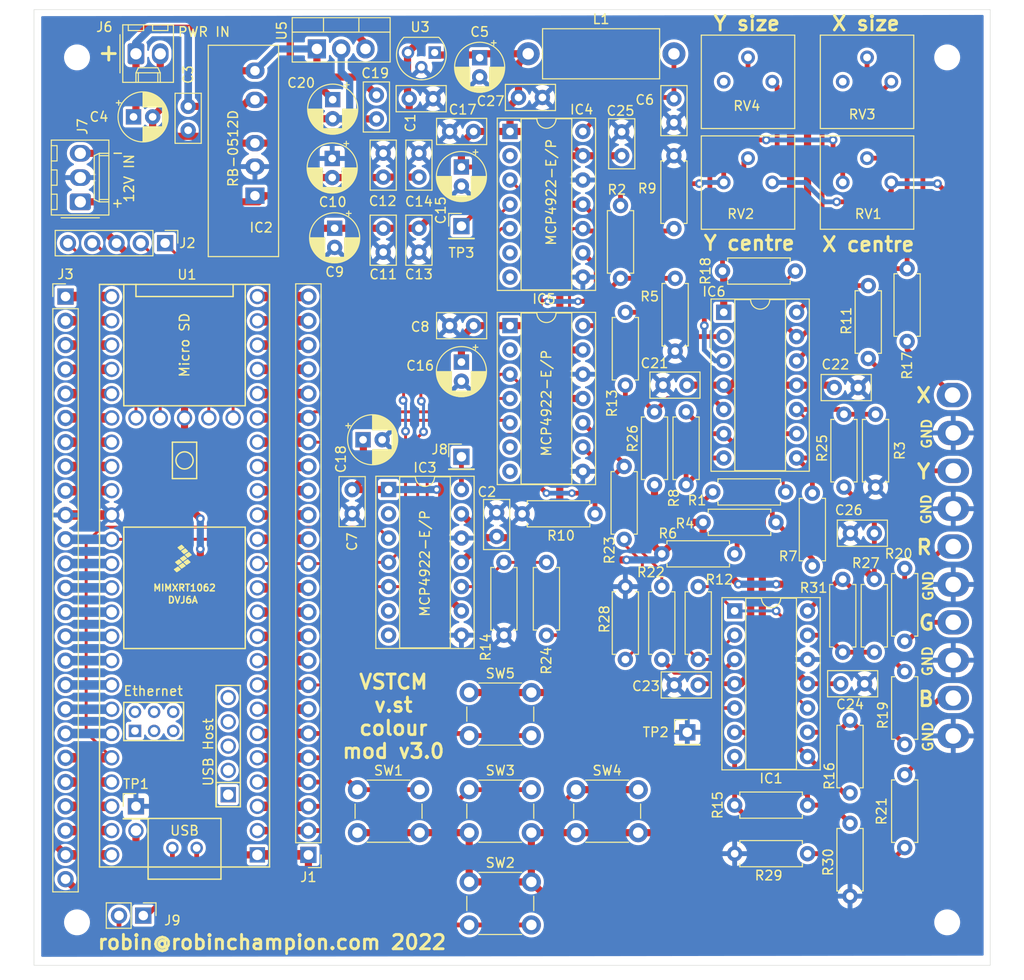
<source format=kicad_pcb>
(kicad_pcb (version 20240108) (generator "pcbnew") (generator_version "8.0")
  (layers (0 "F.Cu" signal) (31 "B.Cu" signal) (34 "B.Paste" user) (35 "F.Paste" user) (36 "B.SilkS" user "B.Silkscreen") (37 "F.SilkS" user "F.Silkscreen") (38 "B.Mask" user) (39 "F.Mask" user) (44 "Edge.Cuts" user))
  (net 0 "")
  (net 1 "AGND")
  (net 2 "+12V")
  (net 3 "-12V")
  (net 4 "GND")
  (net 5 "Net-(IC1-Pad2)")
  (net 6 "Net-(IC1-Pad3)")
  (net 7 "Net-(IC1-Pad8)")
  (net 8 "Net-(IC1-Pad6)")
  (net 9 "Net-(IC1-Pad10)")
  (net 10 "/SCK")
  (net 11 "/MOSI")
  (net 12 "Net-(IC3-Pad10)")
  (net 13 "Net-(IC3-Pad14)")
  (net 14 "Net-(IC4-Pad10)")
  (net 16 "Net-(IC4-Pad3)")
  (net 17 "Net-(IC1-Pad1)")
  (net 18 "Net-(IC1-Pad5)")
  (net 19 "Net-(IC1-Pad7)")
  (net 20 "Net-(IC3-Pad3)")
  (net 21 "Net-(IC1-Pad9)")
  (net 22 "/SCK1")
  (net 23 "Net-(IC4-Pad14)")
  (net 24 "/MOSI1")
  (net 25 "Net-(IC5-Pad14)")
  (net 26 "Net-(IC5-Pad10)")
  (net 27 "Net-(J2-Pad1)")
  (net 28 "Net-(J2-Pad2)")
  (net 29 "Net-(J2-Pad4)")
  (net 30 "Net-(J2-Pad5)")
  (net 31 "Net-(C20-Pad1)")
  (net 32 "Net-(J1-Pad2)")
  (net 33 "Net-(J1-Pad3)")
  (net 34 "Net-(J1-Pad4)")
  (net 35 "Net-(J1-Pad5)")
  (net 36 "Net-(J1-Pad6)")
  (net 37 "Net-(J1-Pad7)")
  (net 38 "Net-(J1-Pad9)")
  (net 39 "Net-(J1-Pad11)")
  (net 40 "Net-(J1-Pad12)")
  (net 41 "Net-(J1-Pad14)")
  (net 42 "Net-(J1-Pad15)")
  (net 43 "Net-(J1-Pad16)")
  (net 44 "Net-(J1-Pad17)")
  (net 45 "/CS1")
  (net 46 "Net-(IC1-Pad13)")
  (net 47 "Net-(J1-Pad20)")
  (net 48 "Net-(J1-Pad21)")
  (net 49 "Net-(J1-Pad22)")
  (net 50 "Net-(J1-Pad23)")
  (net 51 "Net-(J1-Pad24)")
  (net 52 "Net-(J3-Pad1)")
  (net 53 "Net-(J3-Pad2)")
  (net 54 "Net-(J3-Pad3)")
  (net 55 "Net-(J3-Pad4)")
  (net 56 "Net-(J3-Pad5)")
  (net 57 "Net-(J3-Pad6)")
  (net 58 "Net-(J3-Pad7)")
  (net 59 "Net-(J3-Pad8)")
  (net 60 "Net-(J3-Pad9)")
  (net 61 "Net-(J3-Pad12)")
  (net 62 "Net-(J3-Pad13)")
  (net 63 "+3V3")
  (net 64 "Net-(J3-Pad15)")
  (net 65 "Net-(J3-Pad16)")
  (net 66 "Net-(J3-Pad17)")
  (net 67 "Net-(J3-Pad18)")
  (net 68 "Net-(J3-Pad19)")
  (net 69 "-3V3")
  (net 70 "Net-(J3-Pad21)")
  (net 71 "Net-(J3-Pad25)")
  (net 72 "Net-(J9-Pad1)")
  (net 74 "Net-(BL_SIG1-Pad1)")
  (net 75 "Net-(J9-Pad2)")
  (net 76 "Net-(C15-Pad1)")
  (net 77 "Net-(GR_SIG1-Pad1)")
  (net 78 "Net-(IC6-Pad1)")
  (net 79 "Net-(IC6-Pad2)")
  (net 91 "Net-(IC6-Pad3)")
  (net 92 "Net-(J1-Pad10)")
  (net 93 "Net-(IC6-Pad5)")
  (net 94 "Net-(IC6-Pad6)")
  (net 95 "Net-(J3-Pad22)")
  (net 96 "Net-(IC6-Pad7)")
  (net 97 "Net-(IC6-Pad8)")
  (net 98 "Net-(IC6-Pad9)")
  (net 99 "Net-(IC6-Pad10)")
  (net 100 "Net-(IC6-Pad12)")
  (net 101 "Net-(IC6-Pad13)")
  (net 102 "Net-(R19-Pad2)")
  (net 103 "Net-(R18-Pad2)")
  (net 104 "Net-(R17-Pad2)")
  (net 105 "Net-(J3-Pad23)")
  (net 106 "/Pwr_In")
  (net 107 "Net-(IC6-Pad14)")
  (footprint "VSTCM:Molex156Pin" (layer "F.Cu") (at 127.635 158.496009)
    (property "Reference" "BL_GND1" (hide yes))
    (property "Value" "MountingHole_Pad")
  )
  (footprint "Package_DIP:DIP-14_W7.62mm_Socket" (layer "F.Cu") (at 81.28 95.25)
    (property "Reference" "IC4")
    (property "Value" "MCP4922-E/P")
  )
  (footprint "Package_TO_SOT_THT:TO-220-3_Vertical" (layer "F.Cu") (at 61.087 86.614)
    (property "Reference" "U5")
    (property "Value" "LM2940T-5.0")
  )
  (footprint "Resistor_THT:R_Axial_DIN0207_L6.3mm_D2.5mm_P7.62mm_Horizontal" (layer "F.Cu") (at 104.775 165.735)
    (property "Reference" "R15")
    (property "Value" "15K")
  )
  (footprint "Button_Switch_THT:SW_PUSH_6mm_H4.3mm" (layer "F.Cu") (at 77.014 173.772)
    (property "Reference" "SW2")
    (property "Value" "SW_Push")
  )
  (footprint "Resistor_THT:R_Axial_DIN0207_L6.3mm_D2.5mm_P7.62mm_Horizontal" (layer "F.Cu") (at 122.555 170.18 90)
    (property "Reference" "R21")
    (property "Value" "75R")
  )
  (footprint "Potentiometer_THT:Potentiometer_Bourns_3386P_Vertical" (layer "F.Cu") (at 121.158 100.584 90)
    (property "Reference" "RV1")
    (property "Value" "20K")
  )
  (footprint "Resistor_THT:R_Axial_DIN0207_L6.3mm_D2.5mm_P7.62mm_Horizontal" (layer "F.Cu") (at 101.473 136.144)
    (property "Reference" "R4")
    (property "Value" "10k")
  )
  (footprint "Capacitor_THT:CP_Radial_D5.0mm_P2.00mm" (layer "F.Cu") (at 65.913 127.508)
    (property "Reference" "C18")
    (property "Value" "10uF")
  )
  (footprint "Capacitor_THT:C_Disc_D5.0mm_W2.5mm_P2.50mm" (layer "F.Cu") (at 115.189 122.047)
    (property "Reference" "C22")
    (property "Value" "0.1uF")
  )
  (footprint "Resistor_THT:R_Axial_DIN0207_L6.3mm_D2.5mm_P7.62mm_Horizontal" (layer "F.Cu") (at 122.809 109.601 -90)
    (property "Reference" "R17")
    (property "Value" "75R")
  )
  (footprint "Capacitor_THT:C_Disc_D5.0mm_W2.5mm_P2.50mm" (layer "F.Cu") (at 68.0212 97.5252 -90)
    (property "Reference" "C12")
    (property "Value" "0.1uF")
  )
  (footprint "Resistor_THT:R_Axial_DIN0207_L6.3mm_D2.5mm_P7.62mm_Horizontal" (layer "F.Cu") (at 85.09 147.955 90)
    (property "Reference" "R24")
    (property "Value" "10K")
  )
  (footprint "Button_Switch_THT:SW_PUSH_6mm_H4.3mm" (layer "F.Cu") (at 88.19 164.12)
    (property "Reference" "SW4")
    (property "Value" "SW_Push")
  )
  (footprint "Resistor_THT:R_Axial_DIN0207_L6.3mm_D2.5mm_P7.62mm_Horizontal" (layer "F.Cu") (at 118.745 118.999 90)
    (property "Reference" "R11")
    (property "Value" "5K")
  )
  (footprint "Button_Switch_THT:SW_PUSH_6mm_H4.3mm" (layer "F.Cu") (at 77.014 153.96)
    (property "Reference" "SW5")
    (property "Value" "SW_Push")
  )
  (footprint "Resistor_THT:R_Axial_DIN0207_L6.3mm_D2.5mm_P7.62mm_Horizontal" (layer "F.Cu") (at 93.218 137.922 90)
    (property "Reference" "R23")
    (property "Value" "10K")
  )
  (footprint "Capacitor_THT:C_Disc_D5.0mm_W2.5mm_P2.50mm" (layer "F.Cu") (at 79.883 137.628 90)
    (property "Reference" "C2")
    (property "Value" "10uF")
  )
  (footprint "Package_DIP:DIP-14_W7.62mm_Socket" (layer "F.Cu") (at 68.58 132.715)
    (property "Reference" "IC3")
    (property "Value" "MCP4922-E/P")
  )
  (footprint "MountingHole:MountingHole_2.1mm" (layer "F.Cu") (at 36 178)
    (property "Reference" "REF03" (hide yes))
    (property "Value" "MountingHole_2.1mm")
  )
  (footprint "Capacitor_THT:CP_Radial_D5.0mm_P2.00mm" (layer "F.Cu") (at 41.91 93.726)
    (property "Reference" "C4")
    (property "Value" "4.7uF")
  )
  (footprint "Resistor_THT:R_Axial_DIN0207_L6.3mm_D2.5mm_P7.62mm_Horizontal" (layer "F.Cu") (at 99.695 124.587 -90)
    (property "Reference" "R8")
    (property "Value" "10K")
  )
  (footprint "Connector_PinHeader_2.54mm:PinHeader_1x01_P2.54mm_Vertical" (layer "F.Cu") (at 42.164 165.862)
    (property "Reference" "TP1")
    (property "Value" "Conn_01x01_Male")
  )
  (footprint "Capacitor_THT:CP_Radial_D5.0mm_P2.00mm" (layer "F.Cu") (at 62.738 91.9172 -90)
    (property "Reference" "C20")
    (property "Value" "22uF")
  )
  (footprint "Connector_Molex:Molex_KK-254_AE-6410-03A_1x03_P2.54mm_Vertical" (layer "F.Cu") (at 36.342 102.616 90)
    (property "Reference" "J7")
    (property "Value" "Conn_01x03_Male")
  )
  (footprint "Package_DIP:DIP-14_W7.62mm_Socket" (layer "F.Cu") (at 104.775 145.415)
    (property "Reference" "IC1")
    (property "Value" "TL3474")
  )
  (footprint "Resistor_THT:R_Axial_DIN0207_L6.3mm_D2.5mm_P7.62mm_Horizontal" (layer "F.Cu") (at 122.555 140.97 -90)
    (property "Reference" "R20")
    (property "Value" "75R")
  )
  (footprint "VSTCM:Molex156Pin" (layer "F.Cu") (at 127.635 134.72161)
    (property "Reference" "Y_GND1" (hide yes))
    (property "Value" "MountingHole_Pad")
  )
  (footprint "Capacitor_THT:C_Disc_D5.0mm_W2.5mm_P2.50mm" (layer "F.Cu") (at 82.169 91.694)
    (property "Reference" "C27")
    (property "Value" "10uF")
  )
  (footprint "Capacitor_THT:C_Disc_D5.0mm_W2.5mm_P2.50mm" (layer "F.Cu") (at 64.77 132.735 -90)
    (property "Reference" "C7")
    (property "Value" "0.1uF")
  )
  (footprint "Connector_PinHeader_2.54mm:PinHeader_1x24_P2.54mm_Vertical" (layer "F.Cu") (at 60.198 170.942 180)
    (property "Reference" "J1")
    (property "Value" "Conn_01x24_Male")
  )
  (footprint "Connector_PinHeader_2.54mm:PinHeader_1x02_P2.54mm_Vertical" (layer "F.Cu") (at 42.931 177.292 -90)
    (property "Reference" "J9")
    (property "Value" "Conn_01x02_Male")
  )
  (footprint "Capacitor_THT:C_Disc_D5.0mm_W2.5mm_P2.50mm" (layer "F.Cu") (at 115.864 153.035)
    (property "Reference" "C24")
    (property "Value" "0.1uF")
  )
  (footprint "VSTCM:Molex156Pin" (layer "F.Cu") (at 127.635 138.68401)
    (property "Reference" "RE_SIG1" (hide yes))
    (property "Value" "MountingHole_Pad")
  )
  (footprint "Resistor_THT:R_Axial_DIN0207_L6.3mm_D2.5mm_P7.62mm_Horizontal" (layer "F.Cu") (at 102.489 132.969)
    (property "Reference" "R1")
    (property "Value" "1K")
  )
  (footprint "Capacitor_THT:CP_Radial_D5.0mm_P2.00mm" (layer "F.Cu") (at 78.105 87.535 -90)
    (property "Reference" "C5")
    (property "Value" "2.2uF")
  )
  (footprint "Capacitor_THT:C_Disc_D5.0mm_W2.5mm_P2.50mm" (layer "F.Cu") (at 47.625 92.623 -90)
    (property "Reference" "C3")
    (property "Value" "0.1uF")
  )
  (footprint "Connector_Molex:Molex_KK-254_AE-6410-02A_1x02_P2.54mm_Vertical" (layer "F.Cu") (at 42.164 87.122)
    (property "Reference" "J6")
    (property "Value" "Conn_01x02_Male")
  )
  (footprint "Resistor_THT:R_Axial_DIN0207_L6.3mm_D2.5mm_P7.62mm_Horizontal" (layer "F.Cu") (at 119.38 149.733 90)
    (property "Reference" "R27")
    (property "Value" "10K")
  )
  (footprint "Resistor_THT:R_Axial_DIN0207_L6.3mm_D2.5mm_P7.62mm_Horizontal" (layer "F.Cu") (at 122.555 159.385 90)
    (property "Reference" "R19")
    (property "Value" "75R")
  )
  (footprint "Resistor_THT:R_Axial_DIN0207_L6.3mm_D2.5mm_P7.62mm_Horizontal" (layer "F.Cu") (at 112.395 170.815 180)
    (property "Reference" "R29")
    (property "Value" "10K")
  )
  (footprint "VSTCM:Molex156Pin" (layer "F.Cu") (at 127.635 142.646409)
    (property "Reference" "RE_GND1" (hide yes))
    (property "Value" "MountingHole_Pad")
  )
  (footprint "Resistor_THT:R_Axial_DIN0207_L6.3mm_D2.5mm_P7.62mm_Horizontal" (layer "F.Cu") (at 112.903 140.716 90)
    (property "Reference" "R7")
    (property "Value" "10K")
  )
  (footprint "Package_TO_SOT_THT:TO-92" (layer "F.Cu") (at 73.279 87.249 180)
    (property "Reference" "U3")
    (property "Value" "LP2950-3_3_TO92")
  )
  (footprint "Resistor_THT:R_Axial_DIN0207_L6.3mm_D2.5mm_P7.62mm_Horizontal" (layer "F.Cu") (at 97.155 150.495 90)
    (property "Reference" "R22")
    (property "Value" "10K")
  )
  (footprint "Connector_PinHeader_2.54mm:PinHeader_1x01_P2.54mm_Vertical" (layer "F.Cu") (at 76.2 105.156)
    (property "Reference" "TP3")
    (property "Value" "Conn_01x01_Male")
  )
  (footprint "MountingHole:MountingHole_2.1mm" (layer "F.Cu") (at 127 87.5)
    (property "Reference" "REF02" (hide yes))
    (property "Value" "MountingHole_2.1mm")
  )
  (footprint "Resistor_THT:R_Axial_DIN0207_L6.3mm_D2.5mm_P7.62mm_Horizontal" (layer "F.Cu") (at 116.078 142.113 -90)
    (property "Reference" "R31")
    (property "Value" "10K")
  )
  (footprint "Resistor_THT:R_Axial_DIN0207_L6.3mm_D2.5mm_P7.62mm_Horizontal" (layer "F.Cu") (at 98.552 118.237 90)
    (property "Reference" "R5")
    (property "Value" "10k")
  )
  (footprint "Capacitor_THT:C_Disc_D5.0mm_W2.5mm_P2.50mm" (layer "F.Cu") (at 70.739 91.821)
    (property "Reference" "C1")
    (property "Value" "1.0uF")
  )
  (footprint "Resistor_THT:R_Axial_DIN0207_L6.3mm_D2.5mm_P7.62mm_Horizontal" (layer "F.Cu") (at 116.205 124.841 -90)
    (property "Reference" "R25")
    (property "Value" "10k")
  )
  (footprint "Resistor_THT:R_Axial_DIN0207_L6.3mm_D2.5mm_P7.62mm_Horizontal" (layer "F.Cu") (at 80.645 147.955 90)
    (property "Reference" "R14")
    (property "Value" "10k")
  )
  (footprint "Resistor_THT:R_Axial_DIN0207_L6.3mm_D2.5mm_P7.62mm_Horizontal" (layer "F.Cu") (at 119.507 132.461 90)
    (property "Reference" "R3")
    (property "Value" "10k")
  )
  (footprint "Potentiometer_THT:Potentiometer_Bourns_3386P_Vertical" (layer "F.Cu") (at 108.712 90.043 90)
    (property "Reference" "RV4")
    (property "Value" "20K")
  )
  (footprint "Capacitor_THT:CP_Radial_D5.0mm_P2.00mm" (layer "F.Cu") (at 62.6872 98.074088 -90)
    (property "Reference" "C10")
    (property "Value" "4.7uF")
  )
  (footprint "Capacitor_THT:C_Disc_D5.0mm_W2.5mm_P2.50mm" (layer "F.Cu") (at 77.47 95.25 180)
    (property "Reference" "C17")
    (property "Value" "0.1uF")
  )
  (footprint "VSTCM:Molex156Pin" (layer "F.Cu") (at 127.635 130.759209)
    (property "Reference" "Y_SIG1" (hide yes))
    (property "Value" "MountingHole_Pad")
  )
  (footprint "Connector_PinHeader_2.54mm:PinHeader_1x01_P2.54mm_Vertical" (layer "F.Cu") (at 76.2 129.286)
    (property "Reference" "J8")
    (property "Value" "Conn_01x01_Male")
  )
  (footprint "Capacitor_THT:C_Disc_D5.0mm_W2.5mm_P2.50mm" (layer "F.Cu") (at 100.965 153.162 180)
    (property "Reference" "C23")
    (property "Value" "0.1uF")
  )
  (footprint "Resistor_THT:R_Axial_DIN0207_L6.3mm_D2.5mm_P7.62mm_Horizontal" (layer "F.Cu") (at 93.345 121.793 90)
    (property "Reference" "R13")
    (property "Value" "5K")
  )
  (footprint "Resistor_THT:R_Axial_DIN0207_L6.3mm_D2.5mm_P7.62mm_Horizontal" (layer "F.Cu") (at 116.84 164.465 90)
    (property "Reference" "R16")
    (property "Value" "15K")
  )
  (footprint "Package_DIP:DIP-14_W7.62mm_Socket" (layer "F.Cu") (at 103.632 114.173)
    (property "Reference" "IC6")
    (property "Value" "TL3474")
  )
  (footprint "Button_Switch_THT:SW_PUSH_6mm_H4.3mm" (layer "F.Cu") (at 65.33 164.12)
    (property "Reference" "SW1")
    (property "Value" "SW_Push")
  )
  (footprint "VSTCM:Molex156Pin" (layer "F.Cu") (at 127.634988 154.53361)
    (property "Reference" "BL_SIG1" (hide yes))
    (property "Value" "MountingHole_Pad")
  )
  (footprint "Resistor_THT:R_Axial_DIN0207_L6.3mm_D2.5mm_P7.62mm_Horizontal" (layer "F.Cu") (at 96.393 124.587 -90)
    (property "Reference" "R26")
    (property "Value" "10k")
  )
  (footprint "VSTCM:Molex156Pin" (layer "F.Cu") (at 127.634988 146.60881)
    (property "Reference" "GR_SIG1" (hide yes))
    (property "Value" "MountingHole_Pad")
  )
  (footprint "Package_DIP:DIP-14_W7.62mm_Socket" (layer "F.Cu") (at 81.28 115.57)
    (property "Reference" "IC5")
    (property "Value" "MCP4922-E/P")
  )
  (footprint "Resistor_THT:R_Axial_DIN0207_L6.3mm_D2.5mm_P7.62mm_Horizontal" (layer "F.Cu") (at 103.505 109.855)
    (property "Reference" "R18")
    (property "Value" "75R")
  )
  (footprint "Connector_PinHeader_2.54mm:PinHeader_1x25_P2.54mm_Vertical" (layer "F.Cu") (at 34.798 112.522)
    (property "Reference" "J3")
    (property "Value" "Conn_01x25_Male")
  )
  (footprint "Potentiometer_THT:Potentiometer_Bourns_3386P_Vertical" (layer "F.Cu") (at 121.158 90.043 90)
    (property "Reference" "RV3")
    (property "Value" "20K")
  )
  (footprint "Resistor_THT:R_Axial_DIN0207_L6.3mm_D2.5mm_P7.62mm_Horizontal" (layer "F.Cu") (at 93.345 150.495 90)
    (property "Reference" "R28")
    (property "Value" "10K")
  )
  (footprint "Potentiometer_THT:Potentiometer_Bourns_3386P_Vertical" (layer "F.Cu") (at 108.712 100.584 90)
    (property "Reference" "RV2")
    (property "Value" "20K")
  )
  (footprint "Resistor_THT:R_Axial_DIN0207_L6.3mm_D2.5mm_P7.62mm_Horizontal" (layer "F.Cu") (at 98.425 97.79 -90)
    (property "Reference" "R9")
    (property "Value" "10k")
  )
  (footprint "Inductor_THT:L_Axial_L12.0mm_D5.0mm_P15.24mm_Horizontal_Fastron_MISC" (layer "F.Cu") (at 83.185 87.122)
    (property "Reference" "L1")
    (property "Value" "L")
  )
  (footprint "Teensy:Teensy41" (layer "F.Cu") (at 47.244 141.732 90)
    (property "Reference" "U1")
    (property "Value" "Teensy4.1")
  )
  (footprint "Capacitor_THT:CP_Radial_D5.0mm_P2.00mm" (layer "F.Cu") (at 76.2 98.965 -90)
    (property "Reference" "C15")
    (property "Value" "10uF")
  )
  (footprint "Button_Switch_THT:SW_PUSH_6mm_H4.3mm" (layer "F.Cu") (at 77.014 164.12)
    (property "Reference" "SW3")
    (property "Value" "SW_Push")
  )
  (footprint "Capacitor_THT:C_Disc_D5.0mm_W2.5mm_P2.50mm" (layer "F.Cu") (at 99.782 121.793 180)
    (property "Reference" "C21")
    (property "Value" "0.1uF")
  )
  (footprint "Connector_PinHeader_2.54mm:PinHeader_1x01_P2.54mm_Vertical" (layer "F.Cu") (at 99.822 158.115)
    (property "Reference" "TP2")
    (property "Value" "Conn_01x01_Male")
  )
  (footprint "Capacitor_THT:C_Disc_D5.0mm_W2.5mm_P2.50mm" (layer "F.Cu") (at 67.31 91.44 -90)
    (property "Reference" "C19")
    (property "Value" "1.0uF")
  )
  (footprint "Resistor_THT:R_Axial_DIN0207_L6.3mm_D2.5mm_P7.62mm_Horizontal" (layer "F.Cu") (at 116.84 167.64 -90)
    (property "Reference" "R30")
    (property "Value" "10K")
  )
  (footprint "Capacitor_THT:C_Disc_D5.0mm_W2.5mm_P2.50mm" (layer "F.Cu") (at 119.38 137.287 180)
    (property "Reference" "C26")
    (property "Value" "0.1uF")
  )
  (footprint "Resistor_THT:R_Axial_DIN0207_L6.3mm_D2.5mm_P7.62mm_Horizontal" (layer "F.Cu") (at 97.155 139.446)
    (property "Reference" "R6")
    (property "Value" "10k")
  )
  (footprint "Capacitor_THT:C_Disc_D5.0mm_W2.5mm_P2.50mm" (layer "F.Cu") (at 71.755 105.3792 -90)
    (property "Reference" "C13")
    (property "Value" "0.1uF")
  )
  (footprint "Capacitor_THT:C_Disc_D5.0mm_W2.5mm_P2.50mm" (layer "F.Cu") (at 98.425 91.821 -90)
    (property "Reference" "C6")
    (property "Value" "10uF")
  )
  (footprint "Capacitor_THT:C_Disc_D5.0mm_W2.5mm_P2.50mm" (layer "F.Cu") (at 77.47 115.57 180)
    (property "Reference" "C8")
    (property "Value" "0.1uF")
  )
  (footprint "Resistor_THT:R_Axial_DIN0207_L6.3mm_D2.5mm_P7.62mm_Horizontal" (layer "F.Cu") (at 100.965 142.875 -90)
    (property "Reference" "R12")
    (property "Value" "15K")
  )
  (footprint "MountingHole:MountingHole_2.1mm" (layer "F.Cu") (at 36 87.5)
    (property "Reference" "REF01" (hide yes))
    (property "Value" "MountingHole_2.1mm")
  )
  (footprint "footprints2:RECOM_0512D" (layer "F.Cu") (at 56.57 104.394 90)
    (property "Reference" "IC2")
    (property "Value" "RB-0512D")
  )
  (footprint "Capacitor_THT:C_Disc_D5.0mm_W2.5mm_P2.50mm" (layer "F.Cu") (at 92.964 97.79 90)
    (property "Reference" "C25")
    (property "Value" "0.1uF")
  )
  (footprint "Capacitor_THT:C_Disc_D5.0mm_W2.5mm_P2.50mm" (layer "F.Cu") (at 68.0212 105.3792 -90)
    (property "Reference" "C11")
    (property "Value" "0.1uF")
  )
  (footprint "Capacitor_THT:C_Disc_D5.0mm_W2.5mm_P2.50mm" (layer "F.Cu") (at 71.755 97.5252 -90)
    (property "Reference" "C14")
    (property "Value" "0.1uF")
  )
  (footprint "Resistor_THT:R_Axial_DIN0207_L6.3mm_D2.5mm_P7.62mm_Horizontal" (layer "F.Cu") (at 82.55 135.255)
    (property "Reference" "R10")
    (property "Value" "10k")
  )
  (footprint "Capacitor_THT:CP_Radial_D5.0mm_P2.00mm" (layer "F.Cu") (at 76.2 119.38 -90)
    (property "Reference" "C16")
    (property "Value" "10uF")
  )
  (footprint "Resistor_THT:R_Axial_DIN0207_L6.3mm_D2.5mm_P7.62mm_Horizontal" (layer "F.Cu") (at 92.837 102.997 -90)
    (property "Reference" "R2")
    (property "Value" "1K")
  )
  (footprint "Connector_PinHeader_2.54mm:PinHeader_1x05_P2.54mm_Vertical" (layer "F.Cu") (at 45.212 106.934 -90)
    (property "Reference" "J2")
    (property "Value" "Conn_01x05_Male")
  )
  (footprint "MountingHole:MountingHole_2.1mm" (layer "F.Cu") (at 127 178)
    (property "Reference" "REF04" (hide yes))
    (property "Value" "MountingHole_2.1mm")
  )
  (footprint "VSTCM:Molex156Pin" (layer "F.Cu") (at 127.5588 122.834409)
    (property "Reference" "X_SIG1" (hide yes))
    (property "Value" "MountingHole_Pad")
  )
  (footprint "VSTCM:Molex156Pin" (layer "F.Cu") (at 127.635 150.571209)
    (property "Reference" "GR_GND1" (hide yes))
    (property "Value" "MountingHole_Pad")
  )
  (footprint "Capacitor_THT:CP_Radial_D5.0mm_P2.00mm" (layer "F.Cu") (at 62.9412 105.3792 -90)
    (property "Reference" "C9")
    (property "Value" "4.7uF")
  )
  (footprint "VSTCM:Molex156Pin" (layer "F.Cu") (at 127.635 126.79681)
    (property "Reference" "X_GND1" (hide yes))
    (property "Value" "MountingHole_Pad")
  )
  (gr_rect (start 31.5 82.5) (end 131.5 182.5) (stroke (width 0.05)) (fill none) (layer "Edge.Cuts"))
  (gr_text "+" (at 39.319212 86.969609 0) (layer "F.SilkS") (effects (font (size 1.778 1.778) (thickness 0.3048))))
  (gr_text "GND" (at 124.815612 134.772409 90) (layer "F.SilkS") (effects (font (size 1.016 1.016) (thickness 0.2032))))
  (gr_text "VSTCM\nv.st\ncolour\nmod v3.0\n" (at 69.088012 156.464009 0) (layer "F.SilkS") (effects (font (size 1.5 1.5) (thickness 0.3))))
  (gr_text "B" (at 124.790212 154.635209 0) (layer "F.SilkS") (effects (font (size 1.524 1.524) (thickness 0.3048))))
  (gr_text "Y centre" (at 106.299 106.934 0) (layer "F.SilkS") (effects (font (size 1.5 1.5) (thickness 0.3))))
  (gr_text "X" (at 124.536212 122.859809 0) (layer "F.SilkS") (effects (font (size 1.524 1.524) (thickness 0.3048))))
  (gr_text "Y\n" (at 124.536212 130.835409 0) (layer "F.SilkS") (effects (font (size 1.524 1.524) (thickness 0.3048))))
  (gr_text "PWR IN\n" (at 49.276 84.836009 0) (layer "F.SilkS") (effects (font (size 1 1))))
  (gr_text "robin@robinchampion.com 2022" (at 56.388 180.086 0) (layer "F.SilkS") (effects (font (size 1.5 1.5) (thickness 0.3))))
  (gr_text "GND" (at 124.942612 150.672809 90) (layer "F.SilkS") (effects (font (size 1.016 1.016) (thickness 0.2032))))
  (gr_text "Y size" (at 106.045 83.947 0) (layer "F.SilkS") (effects (font (size 1.5 1.5) (thickness 0.3))))
  (gr_text "X size" (at 118.491 83.947 0) (layer "F.SilkS") (effects (font (size 1.5 1.5) (thickness 0.3))))
  (gr_text "R" (at 124.587012 138.760209 0) (layer "F.SilkS") (effects (font (size 1.524 1.524) (thickness 0.3048))))
  (gr_text "-" (at 40.259012 97.459809 0) (layer "F.SilkS") (effects (font (size 1 1))))
  (gr_text "GND" (at 124.866412 126.873009 90) (layer "F.SilkS") (effects (font (size 1.016 1.016) (thickness 0.2032))))
  (gr_text "G" (at 124.841012 146.659609 0) (layer "F.SilkS") (effects (font (size 1.524 1.524) (thickness 0.3048))))
  (gr_text "X centre" (at 118.745 107.061 0) (layer "F.SilkS") (effects (font (size 1.5 1.5) (thickness 0.3))))
  (gr_text "GND" (at 124.993412 158.572209 90) (layer "F.SilkS") (effects (font (size 1.016 1.016) (thickness 0.2032))))
  (gr_text "12V IN" (at 41.452812 100.152209 90) (layer "F.SilkS") (effects (font (size 1 1))))
  (gr_text "GND" (at 125.018812 142.798809 90) (layer "F.SilkS") (effects (font (size 1.016 1.016) (thickness 0.2032))))
  (gr_text "+" (at 40.233612 102.717609 0) (layer "F.SilkS") (effects (font (size 1 1))))
  (segment (start 34.798 135.382) (end 39.624 135.382) (width 1) (layer "F.Cu") (net 1))
  (segment (start 70.561212 87.045788) (end 72.517 85.09) (width 0.75) (layer "F.Cu") (net 2))
  (segment (start 105.41 153.035) (end 104.775 153.035) (width 0.75) (layer "F.Cu") (net 2))
  (segment (start 55.626 101.974) (end 57.785 101.974) (width 0.75) (layer "F.Cu") (net 2))
  (segment (start 73.634612 96.545409) (end 70.739 93.649797) (width 0.75) (layer "F.Cu") (net 2))
  (segment (start 105.918 120.269) (end 104.394 121.793) (width 0.75) (layer "F.Cu") (net 2))
  (segment (start 104.394 121.793) (end 103.632 121.793) (width 0.75) (layer "F.Cu") (net 2))
  (segment (start 103.632 121.793) (end 106.451412 124.612412) (width 0.75) (layer "F.Cu") (net 2))
  (segment (start 70.739 93.649797) (end 70.739 91.821) (width 0.75) (layer "F.Cu") (net 2))
  (segment (start 99.782 121.793) (end 103.632 121.793) (width 0.75) (layer "F.Cu") (net 2))
  (segment (start 107.696 85.09) (end 110.617 88.011) (width 0.75) (layer "F.Cu") (net 2))
  (segment (start 110.617 88.011) (end 110.617 104.267) (width 0.75) (layer "F.Cu") (net 2))
  (segment (start 106.451412 124.612412) (end 106.451412 151.993588) (width 0.75) (layer "F.Cu") (net 2))
  (segment (start 57.785 101.974) (end 61.1902 105.3792) (width 0.75) (layer "F.Cu") (net 2))
  (segment (start 36.342 102.616) (end 54.984 102.616) (width 0.75) (layer "F.Cu") (net 2))
  (segment (start 62.9412 105.3792) (end 68.0212 105.3792) (width 0.75) (layer "F.Cu") (net 2))
  (segment (start 106.451412 151.993588) (end 105.41 153.035) (width 0.75) (layer "F.Cu") (net 2))
  (segment (start 70.561212 91.643212) (end 70.561212 87.045788) (width 0.75) (layer "F.Cu") (net 2))
  (segment (start 110.617 104.267) (end 105.918 108.966) (width 0.75) (layer "F.Cu") (net 2))
  (segment (start 70.739 91.821) (end 70.561212 91.643212) (width 0.75) (layer "F.Cu") (net 2))
  (segment (start 68.0212 105.3792) (end 71.755 105.3792) (width 0.75) (layer "F.Cu") (net 2))
  (segment (start 100.965 153.035) (end 104.775 153.035) (width 0.5) (layer "F.Cu") (net 2))
  (segment (start 105.918 108.966) (end 105.918 120.269) (width 0.75) (layer "F.Cu") (net 2))
  (segment (start 61.1902 105.3792) (end 62.9412 105.3792) (width 0.75) (layer "F.Cu") (net 2))
  (segment (start 73.634612 103.499588) (end 73.634612 96.545409) (width 0.75) (layer "F.Cu") (net 2))
  (segment (start 71.755 105.3792) (end 73.634612 103.499588) (width 0.75) (layer "F.Cu") (net 2))
  (segment (start 72.517 85.09) (end 107.696 85.09) (width 0.75) (layer "F.Cu") (net 2))
  (segment (start 54.984 102.616) (end 55.626 101.974) (width 0.75) (layer "F.Cu") (net 2))
  (segment (start 67.972312 100.074088) (end 68.0212 100.0252) (width 0.75) (layer "F.Cu") (net 3))
  (segment (start 60.831088 100.074088) (end 62.6872 100.074088) (width 0.75) (layer "F.Cu") (net 3))
  (segment (start 51.562 97.536) (end 52.625 96.473) (width 0.75) (layer "F.Cu") (net 3))
  (segment (start 111.252 121.793) (end 107.8865 121.793) (width 0.75) (layer "F.Cu") (net 3))
  (segment (start 69.9008 100.0252) (end 69.9008 95.021397) (width 0.75) (layer "F.Cu") (net 3))
  (segment (start 69.9008 95.021397) (end 69.240412 94.361009) (width 0.75) (layer "F.Cu") (net 3))
  (segment (start 52.625 96.473) (end 57.23 96.473) (width 0.75) (layer "F.Cu") (net 3))
  (segment (start 114.935 121.793) (end 115.189 122.047) (width 0.75) (layer "F.Cu") (net 3))
  (segment (start 68.0212 100.0252) (end 69.9008 100.0252) (width 0.75) (layer "F.Cu") (net 3))
  (segment (start 107.664489 110.267511) (end 107.664489 148.304489) (width 0.75) (layer "F.Cu") (net 3))
  (segment (start 57.23 96.473) (end 60.831088 100.074088) (width 0.75) (layer "F.Cu") (net 3))
  (segment (start 70.993021 83.82) (end 108.839 83.82) (width 0.75) (layer "F.Cu") (net 3))
  (segment (start 112.395 105.537) (end 107.664489 110.267511) (width 0.75) (layer "F.Cu") (net 3))
  (segment (start 107.664489 148.304489) (end 112.395 153.035) (width 0.75) (layer "F.Cu") (net 3))
  (segment (start 69.875412 94.996009) (end 69.088012 94.208609) (width 0.75) (layer "F.Cu") (net 3))
  (segment (start 112.395 87.376) (end 112.395 105.537) (width 0.75) (layer "F.Cu") (net 3))
  (segment (start 111.252 121.793) (end 114.935 121.793) (width 0.75) (layer "F.Cu") (net 3))
  (segment (start 108.839 83.82) (end 112.395 87.376) (width 0.75) (layer "F.Cu") (net 3))
  (segment (start 69.9008 100.0252) (end 71.755 100.0252) (width 0.75) (layer "F.Cu") (net 3))
  (segment (start 69.088012 85.725009) (end 70.993021 83.82) (width 0.75) (layer "F.Cu") (net 3))
  (segment (start 36.342 97.536) (end 51.562 97.536) (width 0.75) (layer "F.Cu") (net 3))
  (segment (start 62.6872 100.074088) (end 67.972312 100.074088) (width 0.75) (layer "F.Cu") (net 3))
  (segment (start 112.395 153.035) (end 115.61 153.035) (width 0.5) (layer "F.Cu") (net 3))
  (segment (start 69.088012 94.208609) (end 69.088012 85.725009) (width 0.75) (layer "F.Cu") (net 3))
  (segment (start 65.33 168.62) (end 71.83 168.62) (width 0.75) (layer "F.Cu") (net 4))
  (segment (start 59.2462 93.9172) (end 62.738 93.9172) (width 0.75) (layer "F.Cu") (net 4))
  (segment (start 34.036 96.266) (end 34.544 95.758) (width 0.75) (layer "F.Cu") (net 4))
  (segment (start 83.514 168.62) (end 94.69 168.62) (width 0.75) (layer "F.Cu") (net 4))
  (segment (start 96.774 161.671) (end 97.409 162.306) (width 0.75) (layer "F.Cu") (net 4))
  (segment (start 47.625 95.504) (end 47.879 95.758) (width 0.75) (layer "F.Cu") (net 4))
  (segment (start 84.150212 180.619409) (end 85.471012 179.298609) (width 0.75) (layer "F.Cu") (net 4))
  (segment (start 71.83 168.62) (end 77.014 168.62) (width 0.75) (layer "F.Cu") (net 4))
  (segment (start 97.409 167.767) (end 96.556 168.62) (width 0.75) (layer "F.Cu") (net 4))
  (segment (start 62.7608 93.94) (end 62.738 93.9172) (width 0.75) (layer "F.Cu") (net 4))
  (segment (start 77.014 173.772) (end 77.014 168.62) (width 0.75) (layer "F.Cu") (net 4))
  (segment (start 47.244 114.046) (end 47.244 125.222) (width 0.75) (layer "F.Cu") (net 4))
  (segment (start 54.864 170.942) (end 53.314 170.942) (width 0.75) (layer "F.Cu") (net 4))
  (segment (start 47.244 134.112) (end 48.895 135.763) (width 0.75) (layer "F.Cu") (net 4))
  (segment (start 44.704 87.122) (end 44.704 92.932) (width 0.75) (layer "F.Cu") (net 4))
  (segment (start 57.277 91.948) (end 59.2462 93.9172) (width 0.75) (layer "F.Cu") (net 4))
  (segment (start 97.409 162.306) (end 97.409 167.767) (width 0.75) (layer "F.Cu") (net 4))
  (segment (start 34.036 103.886) (end 34.036 96.266) (width 0.75) (layer "F.Cu") (net 4))
  (segment (start 40.132 106.934) (end 38.1 104.902) (width 0.75) (layer "F.Cu") (net 4))
  (segment (start 96.556 168.62) (end 94.69 168.62) (width 0.75) (layer "F.Cu") (net 4))
  (segment (start 48.26 95.758) (end 47.625 95.123) (width 0.75) (layer "F.Cu") (net 4))
  (segment (start 53.975 91.948) (end 57.277 91.948) (width 0.75) (layer "F.Cu") (net 4))
  (segment (start 38.1 104.902) (end 35.052 104.902) (width 0.75) (layer "F.Cu") (net 4))
  (segment (start 40.132 106.934) (end 47.244 114.046) (width 0.75) (layer "F.Cu") (net 4))
  (segment (start 50.165 95.758) (end 53.975 91.948) (width 0.75) (layer "F.Cu") (net 4))
  (segment (start 83.514 173.772) (end 83.514 168.62) (width 0.75) (layer "F.Cu") (net 4))
  (segment (start 83.514 153.96) (end 86.015 153.96) (width 0.75) (layer "F.Cu") (net 4))
  (segment (start 67.970409 180.619409) (end 84.150212 180.619409) (width 0.75) (layer "F.Cu") (net 4))
  (segment (start 44.323 95.758) (end 47.879 95.758) (width 0.75) (layer "F.Cu") (net 4))
  (segment (start 93.726 161.671) (end 96.774 161.671) (width 0.75) (layer "F.Cu") (net 4))
  (segment (start 47.879 95.758) (end 50.165 95.758) (width 0.75) (layer "F.Cu") (net 4))
  (segment (start 48.895 166.523) (end 48.895 138.938) (width 0.75) (layer "F.Cu") (net 4))
  (segment (start 43.91 93.726) (end 43.91 95.345) (width 0.75) (layer "F.Cu") (net 4))
  (segment (start 60.198 170.942) (end 60.198 172.847) (width 0.75) (layer "F.Cu") (net 4))
  (segment (start 44.704 92.932) (end 43.91 93.726) (width 0.75) (layer "F.Cu") (net 4))
  (segment (start 43.91 95.345) (end 44.323 95.758) (width 0.75) (layer "F.Cu") (net 4))
  (segment (start 35.052 104.902) (end 34.036 103.886) (width 0.75) (layer "F.Cu") (net 4))
  (segment (start 67.31 93.94) (end 62.7608 93.94) (width 0.75) (layer "F.Cu") (net 4))
  (segment (start 83.514 173.772) (end 77.014 173.772) (width 0.75) (layer "F.Cu") (net 4))
  (segment (start 77.014 153.96) (end 83.514 153.96) (width 0.75) (layer "F.Cu") (net 4))
  (segment (start 86.015 153.96) (end 93.726 161.671) (width 0.75) (layer "F.Cu") (net 4))
  (segment (start 60.198 172.847) (end 67.970409 180.619409) (width 0.75) (layer "F.Cu") (net 4))
  (segment (start 53.314 170.942) (end 48.895 166.523) (width 0.75) (layer "F.Cu") (net 4))
  (segment (start 85.471012 175.729012) (end 83.514 173.772) (width 0.75) (layer "F.Cu") (net 4))
  (segment (start 47.244 125.222) (end 47.244 134.112) (width 0.75) (layer "F.Cu") (net 4))
  (segment (start 60.198 170.942) (end 54.864 170.942) (width 1) (layer "F.Cu") (net 4))
  (segment (start 85.471012 179.298609) (end 85.471012 175.729012) (width 0.75) (layer "F.Cu") (net 4))
  (segment (start 47.625 95.123) (end 47.625 95.504) (width 0.75) (layer "F.Cu") (net 4))
  (segment (start 34.544 95.758) (end 44.323 95.758) (width 0.75) (layer "F.Cu") (net 4))
  (via (at 48.895 135.763) (size 0.9144) (drill 0.4572) (layers "F.Cu" "B.Cu") (net 4))
  (via (at 48.895 138.938) (size 0.9144) (drill 0.4572) (layers "F.Cu" "B.Cu") (net 4))
  (segment (start 63.627 89.027) (end 64.516 89.916) (width 0.75) (layer "B.Cu") (net 4))
  (segment (start 63.9438 93.9172) (end 62.738 93.9172) (width 0.75) (layer "B.Cu") (net 4))
  (segment (start 48.895 138.938) (end 48.895 135.763) (width 0.75) (layer "B.Cu") (net 4))
  (segment (start 64.516 93.345) (end 63.9438 93.9172) (width 0.75) (layer "B.Cu") (net 4))
  (segment (start 63.627 86.614) (end 63.627 89.027) (width 0.75) (layer "B.Cu") (net 4))
  (segment (start 64.516 89.916) (end 64.516 93.345) (width 0.75) (layer "B.Cu") (net 4))
  (segment (start 99.568 149.098) (end 100.965 150.495) (width 0.3048) (layer "F.Cu") (net 5))
  (segment (start 93.345 150.495) (end 94.742 149.098) (width 0.3048) (layer "F.Cu") (net 5))
  (segment (start 100.965 150.495) (end 102.235 150.495) (width 0.3048) (layer "F.Cu") (net 5))
  (segment (start 102.235 150.495) (end 104.775 147.955) (width 0.3048) (layer "F.Cu") (net 5))
  (segment (start 94.742 149.098) (end 99.568 149.098) (width 0.3048) (layer "F.Cu") (net 5))
  (segment (start 103.4288 151.8412) (end 104.775 150.495) (width 0.5) (layer "F.Cu") (net 6))
  (segment (start 97.155 150.495) (end 98.5012 151.8412) (width 0.5) (layer "F.Cu") (net 6))
  (segment (start 98.5012 151.8412) (end 103.4288 151.8412) (width 0.5) (layer "F.Cu") (net 6))
  (segment (start 115.316 155.321) (end 118.491 155.321) (width 0.5) (layer "F.Cu") (net 7))
  (segment (start 113.792 156.845) (end 114.173 156.464) (width 0.3048) (layer "F.Cu") (net 7))
  (segment (start 116.205012 164.464999) (end 116.840012 164.464999) (width 0.508) (layer "F.Cu") (net 7))
  (segment (start 110.998 156.972) (end 111.125 156.845) (width 0.3048) (layer "F.Cu") (net 7))
  (segment (start 110.871 157.099) (end 110.998 156.972) (width 0.5) (layer "F.Cu") (net 7))
  (segment (start 114.173 156.464) (end 115.316 155.321) (width 0.5) (layer "F.Cu") (net 7))
  (segment (start 110.871 159.131) (end 110.871 157.099) (width 0.5) (layer "F.Cu") (net 7))
  (segment (start 112.395012 160.654999) (end 116.205012 164.464999) (width 0.508) (layer "F.Cu") (net 7))
  (segment (start 118.491 155.321) (end 122.555 159.385) (width 0.5) (layer "F.Cu") (net 7))
  (segment (start 111.125 156.845) (end 113.792 156.845) (width 0.3048) (layer "F.Cu") (net 7))
  (segment (start 112.395 160.655) (end 110.871 159.131) (width 0.5) (layer "F.Cu") (net 7))
  (segment (start 114.935012 165.734999) (end 116.840012 167.639999) (width 0.508) (layer "F.Cu") (net 8))
  (segment (start 104.775012 158.114999) (end 105.791012 158.114999) (width 0.508) (layer "F.Cu") (net 8))
  (segment (start 112.395012 164.718999) (end 112.395012 165.734999) (width 0.508) (layer "F.Cu") (net 8))
  (segment (start 112.395012 165.734999) (end 114.935012 165.734999) (width 0.508) (layer "F.Cu") (net 8))
  (segment (start 105.791012 158.114999) (end 112.395012 164.718999) (width 0.508) (layer "F.Cu") (net 8))
  (segment (start 93.218 137.922) (end 93.218 138.43) (width 0.3048) (layer "F.Cu") (net 9))
  (segment (start 103.251 154.813) (end 103.759 154.305) (width 0.3048) (layer "F.Cu") (net 9))
  (segment (start 94.996 154.813) (end 103.251 154.813) (width 0.3048) (layer "F.Cu") (net 9))
  (segment (start 91.821 151.638) (end 94.996 154.813) (width 0.3048) (layer "F.Cu") (net 9))
  (segment (start 103.759 154.305) (end 111.125 154.305) (width 0.3048) (layer "F.Cu") (net 9))
  (segment (start 111.125 154.305) (end 112.395 155.575) (width 0.3048) (layer "F.Cu") (net 9))
  (segment (start 95.123 146.431) (end 91.821 149.733) (width 0.3048) (layer "F.Cu") (net 9))
  (segment (start 93.218 138.43) (end 95.123 140.335) (width 0.3048) (layer "F.Cu") (net 9))
  (segment (start 91.821 149.733) (end 91.821 151.638) (width 0.3048) (layer "F.Cu") (net 9))
  (segment (start 95.123 140.335) (end 95.123 146.431) (width 0.3048) (layer "F.Cu") (net 9))
  (segment (start 68.580012 140.335009) (end 65.913012 140.335009) (width 0.3048) (layer "F.Cu") (net 10))
  (segment (start 52.197 139.192009) (end 50.927 137.922009) (width 0.3048) (layer "F.Cu") (net 10))
  (segment (start 81.280012 102.870009) (end 70.154812 113.995209) (width 0.3048) (layer "F.Cu") (net 10))
  (segment (start 50.927 137.922009) (end 39.623999 137.922009) (width 0.3048) (layer "F.Cu") (net 10))
  (segment (start 64.770012 139.192009) (end 52.197 139.192009) (width 0.3048) (layer "F.Cu") (net 10))
  (segment (start 70.154812 113.995209) (end 70.154812 123.342409) (width 0.3048) (layer "F.Cu") (net 10))
  (segment (start 70.358012 138.557009) (end 70.358012 126.619009) (width 0.3048) (layer "F.Cu") (net 10))
  (segment (start 70.154812 123.342409) (end 70.104012 123.393209) (width 0.3048) (layer "F.Cu") (net 10))
  (segment (start 68.580012 140.335009) (end 70.358012 138.557009) (width 0.3048) (layer "F.Cu") (net 10))
  (segment (start 65.913012 140.335009) (end 64.770012 139.192009) (width 0.3048) (layer "F.Cu") (net 10))
  (via (at 70.358 126.619) (size 0.9144) (drill 0.4572) (layers "F.Cu" "B.Cu") (net 10))
  (via (at 70.104012 123.393209) (size 0.9144) (drill 0.4572) (layers "F.Cu" "B.Cu") (net 10))
  (segment (start 34.798 137.922) (end 39.624 137.922) (width 1) (layer "B.Cu") (net 10))
  (segment (start 70.358012 123.647209) (end 70.358012 126.619009) (width 0.3048) (layer "B.Cu") (net 10))
  (segment (start 70.104012 123.393209) (end 70.358012 123.647209) (width 0.3048) (layer "B.Cu") (net 10))
  (segment (start 81.280012 105.410009) (end 80.391012 105.410009) (width 0.3048) (layer "F.Cu") (net 11))
  (segment (start 63.627012 140.462009) (end 66.040012 142.875009) (width 0.3048) (layer "F.Cu") (net 11))
  (segment (start 71.628012 127.279409) (end 72.237612 126.669809) (width 0.3048) (layer "F.Cu") (net 11))
  (segment (start 54.864 140.462009) (end 63.627012 140.462009) (width 0.3048) (layer "F.Cu") (net 11))
  (segment (start 71.958212 123.418609) (end 72.009012 123.469409) (width 0.3048) (layer "F.Cu") (net 11))
  (segment (start 71.628012 141.160509) (end 71.628012 127.279409) (width 0.3048) (layer "F.Cu") (net 11))
  (segment (start 80.391012 105.410009) (end 71.958212 113.842809) (width 0.3048) (layer "F.Cu") (net 11))
  (segment (start 66.040012 142.875009) (end 69.913512 142.875009) (width 0.3048) (layer "F.Cu") (net 11))
  (segment (start 71.958212 113.842809) (end 71.958212 123.418609) (width 0.3048) (layer "F.Cu") (net 11))
  (segment (start 69.913512 142.875009) (end 71.628012 141.160509) (width 0.3048) (layer "F.Cu") (net 11))
  (via (at 72.237612 126.669809) (size 0.9144) (drill 0.4572) (layers "F.Cu" "B.Cu") (net 11))
  (via (at 72.009012 123.469409) (size 0.9144) (drill 0.4572) (layers "F.Cu" "B.Cu") (net 11))
  (segment (start 72.237612 126.669809) (end 72.237612 123.698009) (width 0.3048) (layer "B.Cu") (net 11))
  (segment (start 72.237612 123.698009) (end 72.009012 123.469409) (width 0.3048) (layer "B.Cu") (net 11))
  (segment (start 76.2 142.875) (end 78.105 142.875) (width 0.3048) (layer "F.Cu") (net 12))
  (segment (start 78.105 142.875) (end 80.645 140.335) (width 0.3048) (layer "F.Cu") (net 12))
  (segment (start 80.645 140.335) (end 85.09 140.335) (width 0.3048) (layer "F.Cu") (net 12))
  (segment (start 76.2 128.905) (end 76.2 132.715) (width 0.5) (layer "F.Cu") (net 13))
  (segment (start 90.932 117.856) (end 90.932 125.73) (width 0.3048) (layer "F.Cu") (net 14))
  (segment (start 97.155 141.351) (end 97.155 142.875) (width 0.3048) (layer "F.Cu") (net 14))
  (segment (start 90.932 125.73) (end 94.869 129.667) (width 0.3048) (layer "F.Cu") (net 14))
  (segment (start 88.9 105.41) (end 89.154 105.664) (width 0.5) (layer "F.Cu") (net 14))
  (segment (start 89.916 116.84) (end 90.932 117.856) (width 0.3048) (layer "F.Cu") (net 14))
  (segment (start 94.869 129.667) (end 94.869 139.065) (width 0.3048) (layer "F.Cu") (net 14))
  (segment (start 94.869 139.065) (end 97.155 141.351) (width 0.3048) (layer "F.Cu") (net 14))
  (segment (start 98.171 105.664) (end 98.425 105.41) (width 0.5) (layer "F.Cu") (net 14))
  (segment (start 89.154 105.664) (end 98.171 105.664) (width 0.5) (layer "F.Cu") (net 14))
  (segment (start 88.011 116.84) (end 89.916 116.84) (width 0.3048) (layer "F.Cu") (net 14))
  (segment (start 87.503 116.332) (end 88.011 116.84) (width 0.3048) (layer "F.Cu") (net 14))
  (segment (start 87.884 105.41) (end 87.503 105.791) (width 0.3048) (layer "F.Cu") (net 14))
  (segment (start 88.9 105.41) (end 87.884 105.41) (width 0.3048) (layer "F.Cu") (net 14))
  (segment (start 87.503 105.791) (end 87.503 116.332) (width 0.3048) (layer "F.Cu") (net 14))
  (segment (start 74.091812 126.517409) (end 78.841612 126.517409) (width 0.3048) (layer "F.Cu") (net 16))
  (segment (start 82.042012 112.268009) (end 82.931012 111.379009) (width 0.3048) (layer "F.Cu") (net 16))
  (segment (start 82.804012 122.174009) (end 81.280012 120.650009) (width 0.3048) (layer "F.Cu") (net 16))
  (segment (start 80.264012 120.650009) (end 78.176716 122.73728) (width 0.3048) (layer "F.Cu") (net 16))
  (segment (start 82.804012 126.492009) (end 82.804012 122.174009) (width 0.3048) (layer "F.Cu") (net 16))
  (segment (start 82.931012 101.981009) (end 81.280012 100.330009) (width 0.3048) (layer "F.Cu") (net 16))
  (segment (start 72.621101 149.882895) (end 72.621101 127.98812) (width 0.3048) (layer "F.Cu") (net 16))
  (segment (start 81.280012 120.650009) (end 80.264012 120.650009) (width 0.3048) (layer "F.Cu") (net 16))
  (segment (start 78.841612 126.517409) (end 79.260114 126.935911) (width 0.3048) (layer "F.Cu") (net 16))
  (segment (start 69.342012 153.162009) (end 72.621101 149.882895) (width 0.3048) (layer "F.Cu") (net 16))
  (segment (start 73.152012 114.808009) (end 75.692012 112.268009) (width 0.3048) (layer "F.Cu") (net 16))
  (segment (start 75.692012 112.268009) (end 82.042012 112.268009) (width 0.3048) (layer "F.Cu") (net 16))
  (segment (start 82.36011 126.935911) (end 82.804012 126.492009) (width 0.3048) (layer "F.Cu") (net 16))
  (segment (start 60.198 153.162) (end 54.864 153.162) (width 1) (layer "F.Cu") (net 16))
  (segment (start 79.260114 126.935911) (end 82.36011 126.935911) (width 0.3048) (layer "F.Cu") (net 16))
  (segment (start 72.621101 127.98812) (end 74.091812 126.517409) (width 0.3048) (layer "F.Cu") (net 16))
  (segment (start 78.176716 122.73728) (end 75.112283 122.73728) (width 0.3048) (layer "F.Cu") (net 16))
  (segment (start 73.152012 120.777009) (end 73.152012 114.808009) (width 0.3048) (layer "F.Cu") (net 16))
  (segment (start 82.931012 111.379009) (end 82.931012 101.981009) (width 0.3048) (layer "F.Cu") (net 16))
  (segment (start 75.112283 122.73728) (end 73.152012 120.777009) (width 0.3048) (layer "F.Cu") (net 16))
  (segment (start 60.198012 153.162009) (end 69.342012 153.162009) (width 0.3048) (layer "F.Cu") (net 16))
  (segment (start 110.3819 146.685) (end 109.1119 145.415) (width 0.3048) (layer "F.Cu") (net 17))
  (segment (start 122.555 142.494) (end 118.364 146.685) (width 0.5) (layer "F.Cu") (net 17))
  (segment (start 118.364 146.685) (end 113.919 146.685) (width 0.5) (layer "F.Cu") (net 17))
  (segment (start 100.965 142.875) (end 102.235 142.875) (width 0.3048) (layer "F.Cu") (net 17))
  (segment (start 113.919 146.685) (end 110.3819 146.685) (width 0.3048) (layer "F.Cu") (net 17))
  (segment (start 102.235 142.875) (end 104.775 145.415) (width 0.3048) (layer "F.Cu") (net 17))
  (segment (start 122.555 140.97) (end 122.555 142.494) (width 0.5) (layer "F.Cu") (net 17))
  (via (at 109.1119 145.415) (size 0.9144) (drill 0.4572) (layers "F.Cu" "B.Cu") (net 17))
  (segment (start 104.775 145.415) (end 109.1119 145.415) (width 0.3048) (layer "B.Cu") (net 17))
  (segment (start 93.980012 155.575009) (end 86.360012 147.955009) (width 0.381) (layer "F.Cu") (net 18))
  (segment (start 104.775012 155.575009) (end 93.980012 155.575009) (width 0.381) (layer "F.Cu") (net 18))
  (segment (start 86.360012 147.955009) (end 85.090012 147.955009) (width 0.381) (layer "F.Cu") (net 18))
  (segment (start 120.396 172.339) (end 122.555 170.18) (width 0.5) (layer "F.Cu") (net 19))
  (segment (start 104.775 165.735) (end 111.379 172.339) (width 0.5) (layer "F.Cu") (net 19))
  (segment (start 111.379 172.339) (end 120.396 172.339) (width 0.5) (layer "F.Cu") (net 19))
  (segment (start 104.775 160.655) (end 104.775 165.735) (width 0.5) (layer "F.Cu") (net 19))
  (segment (start 34.798 160.782) (end 39.624 160.782) (width 1) (layer "F.Cu") (net 20))
  (segment (start 36.957 158.114999) (end 36.957 138.303009) (width 0.3048) (layer "F.Cu") (net 20))
  (segment (start 67.437012 136.652009) (end 68.580012 137.795009) (width 0.3048) (layer "F.Cu") (net 20))
  (segment (start 39.623999 160.781999) (end 36.957 158.114999) (width 0.3048) (layer "F.Cu") (net 20))
  (segment (start 38.607999 136.652009) (end 67.437012 136.652009) (width 0.3048) (layer "F.Cu") (net 20))
  (segment (start 36.957 138.303009) (end 38.607999 136.652009) (width 0.3048) (layer "F.Cu") (net 20))
  (segment (start 112.395012 158.114999) (end 115.570012 158.114999) (width 0.508) (layer "F.Cu") (net 21))
  (segment (start 118.364012 158.368999) (end 116.840012 156.845009) (width 0.508) (layer "F.Cu") (net 21))
  (segment (start 115.570012 158.114999) (end 116.840012 156.845009) (width 0.508) (layer "F.Cu") (net 21))
  (segment (start 112.395012 170.814999) (end 116.967012 170.814999) (width 0.508) (layer "F.Cu") (net 21))
  (segment (start 118.364012 169.417999) (end 118.364012 158.368999) (width 0.508) (layer "F.Cu") (net 21))
  (segment (start 116.967012 170.814999) (end 118.364012 169.417999) (width 0.508) (layer "F.Cu") (net 21))
  (segment (start 79.629012 123.190009) (end 81.280012 123.190009) (width 0.3048) (layer "F.Cu") (net 22))
  (segment (start 60.832991 124.587009) (end 78.232012 124.587009) (width 0.3048) (layer "F.Cu") (net 22))
  (segment (start 78.232012 124.587009) (end 79.629012 123.190009) (width 0.3048) (layer "F.Cu") (net 22))
  (segment (start 60.198 125.222) (end 60.832991 124.587009) (width 0.3048) (layer "F.Cu") (net 22))
  (segment (start 60.198 125.222) (end 54.864 125.222) (width 1) (layer "F.Cu") (net 22))
  (segment (start 88.9 95.25) (end 90.551 93.599) (width 0.5) (layer "F.Cu") (net 23))
  (segment (start 92.837 101.6) (end 92.837 102.997) (width 0.5) (layer "F.Cu") (net 23))
  (segment (start 90.551 93.599) (end 94.107 93.599) (width 0.5) (layer "F.Cu") (net 23))
  (segment (start 95.123 94.615) (end 95.123 99.314) (width 0.5) (layer "F.Cu") (net 23))
  (segment (start 95.123 99.314) (end 92.837 101.6) (width 0.5) (layer "F.Cu") (net 23))
  (segment (start 94.107 93.599) (end 95.123 94.615) (width 0.5) (layer "F.Cu") (net 23))
  (segment (start 65.405012 125.476009) (end 81.026009 125.476009) (width 0.3048) (layer "F.Cu") (net 24))
  (segment (start 60.198012 127.762009) (end 63.119012 127.762009) (width 0.3048) (layer "F.Cu") (net 24))
  (segment (start 60.198 127.762) (end 54.864 127.762) (width 1) (layer "F.Cu") (net 24))
  (segment (start 63.119012 127.762009) (end 65.405012 125.476009) (width 0.3048) (layer "F.Cu") (net 24))
  (segment (start 81.026009 125.476009) (end 81.28 125.73) (width 0.3048) (layer "F.Cu") (net 24))
  (segment (start 91.948 117.221) (end 91.948 124.714) (width 0.5) (layer "F.Cu") (net 25))
  (segment (start 90.297 115.57) (end 91.948 117.221) (width 0.5) (layer "F.Cu") (net 25))
  (segment (start 101.689001 133.768999) (end 102.489 132.969) (width 0.5) (layer "F.Cu") (net 25))
  (segment (start 91.948 124.714) (end 98.044 130.81) (width 0.5) (layer "F.Cu") (net 25))
  (segment (start 98.044 130.81) (end 98.044 132.969) (width 0.5) (layer "F.Cu") (net 25))
  (segment (start 98.044 132.969) (end 98.843999 133.768999) (width 0.5) (layer "F.Cu") (net 25))
  (segment (start 88.9 115.57) (end 90.297 115.57) (width 0.5) (layer "F.Cu") (net 25))
  (segment (start 98.843999 133.768999) (end 101.689001 133.768999) (width 0.5) (layer "F.Cu") (net 25))
  (segment (start 90.17 133.223) (end 90.17 135.255) (width 0.5) (layer "F.Cu") (net 26))
  (segment (start 88.9 125.73) (end 93.218 130.048) (width 0.5) (layer "F.Cu") (net 26))
  (segment (start 93.218 130.048) (end 93.218 130.175) (width 0.5) (layer "F.Cu") (net 26))
  (segment (start 93.218 130.175) (end 90.17 133.223) (width 0.5) (layer "F.Cu") (net 26))
  (segment (start 52.324 125.222) (end 52.324 114.046) (width 0.3048) (layer "F.Cu") (net 27))
  (segment (start 52.324 114.046) (end 45.212 106.934) (width 0.3048) (layer "F.Cu") (net 27))
  (segment (start 49.784 114.046) (end 42.672 106.934) (width 0.3048) (layer "F.Cu") (net 28))
  (segment (start 49.784 125.222) (end 49.784 114.046) (width 0.3048) (layer "F.Cu") (net 28))
  (segment (start 37.846 106.934) (end 37.592 106.934) (width 0.3048) (layer "F.Cu") (net 29))
  (segment (start 44.704 113.792) (end 37.846 106.934) (width 0.3048) (layer "F.Cu") (net 29))
  (segment (start 44.704 125.222) (end 44.704 113.792) (width 0.3048) (layer "F.Cu") (net 29))
  (segment (start 39.624 110.109) (end 38.227 110.109) (width 0.3048) (layer "F.Cu") (net 30))
  (segment (start 42.164 125.222) (end 42.164 112.649) (width 0.3048) (layer "F.Cu") (net 30))
  (segment (start 42.164 112.649) (end 39.624 110.109) (width 0.3048) (layer "F.Cu") (net 30))
  (segment (start 38.227 110.109) (end 35.052 106.934) (width 0.3048) (layer "F.Cu") (net 30))
  (segment (start 32.766 93.040221) (end 34.899612 90.906609) (width 0.75) (layer "F.Cu") (net 31))
  (segment (start 39.776412 89.585809) (end 39.776412 85.521809) (width 0.75) (layer "F.Cu") (net 31))
  (segment (start 34.798 170.942) (end 32.766 168.91) (width 0.75) (layer "F.Cu") (net 31))
  (segment (start 58.29308 84.455) (end 58.29308 87.47228) (width 0.75) (layer "F.Cu") (net 31))
  (segment (start 32.766 168.91) (end 32.766 93.040221) (width 0.75) (layer "F.Cu") (net 31))
  (segment (start 38.455612 90.906609) (end 39.776412 89.585809) (width 0.75) (layer "F.Cu") (net 31))
  (segment (start 40.843221 84.455) (end 64.566803 84.455) (width 0.75) (layer "F.Cu") (net 31))
  (segment (start 66.167 86.055197) (end 66.167 86.614) (width 0.75) (layer "F.Cu") (net 31))
  (segment (start 64.566803 84.455) (end 66.167 86.055197) (width 0.75) (layer "F.Cu") (net 31))
  (segment (start 34.798 170.942) (end 39.624 170.942) (width 1) (layer "F.Cu") (net 31))
  (segment (start 34.899612 90.906609) (end 38.455612 90.906609) (width 0.75) (layer "F.Cu") (net 31))
  (segment (start 39.776412 85.521809) (end 40.843221 84.455) (width 0.75) (layer "F.Cu") (net 31))
  (segment (start 58.29308 87.47228) (end 62.738 91.9172) (width 0.75) (layer "F.Cu") (net 31))
  (segment (start 61.849003 168.402) (end 71.719003 178.272) (width 0.5) (layer "F.Cu") (net 32))
  (segment (start 77.014 178.272) (end 83.514 178.272) (width 0.5) (layer "F.Cu") (net 32))
  (segment (start 60.071 168.402) (end 54.737 168.402) (width 0.8) (layer "F.Cu") (net 32))
  (segment (start 60.198 168.402) (end 61.849003 168.402) (width 0.5) (layer "F.Cu") (net 32))
  (segment (start 71.719003 178.272) (end 77.014 178.272) (width 0.5) (layer "F.Cu") (net 32))
  (segment (start 62.23 165.862) (end 63.373 167.005) (width 0.5) (layer "F.Cu") (net 33))
  (segment (start 88.19 164.12) (end 94.69 164.12) (width 0.75) (layer "F.Cu") (net 33))
  (segment (start 60.198 165.862) (end 62.23 165.862) (width 0.5) (layer "F.Cu") (net 33))
  (segment (start 63.373 167.005) (end 85.305 167.005) (width 0.5) (layer "F.Cu") (net 33))
  (segment (start 85.305 167.005) (end 88.19 164.12) (width 0.5) (layer "F.Cu") (net 33))
  (segment (start 60.198 165.862) (end 54.864 165.862) (width 1) (layer "F.Cu") (net 33))
  (segment (start 61.400081 163.322) (end 63.94009 165.862009) (width 0.5) (layer "F.Cu") (net 34))
  (segment (start 63.94009 165.862009) (end 75.271991 165.862009) (width 0.5) (layer "F.Cu") (net 34))
  (segment (start 77.014 164.12) (end 83.514 164.12) (width 0.5) (layer "F.Cu") (net 34))
  (segment (start 60.198 163.322) (end 61.400081 163.322) (width 0.5) (layer "F.Cu") (net 34))
  (segment (start 75.271991 165.862009) (end 77.014 164.12) (width 0.5) (layer "F.Cu") (net 34))
  (segment (start 60.198 163.322) (end 54.864 163.322) (width 1) (layer "F.Cu") (net 34))
  (segment (start 60.198 160.782) (end 61.992 160.782) (width 0.5) (layer "F.Cu") (net 35))
  (segment (start 61.992 160.782) (end 65.33 164.12) (width 0.5) (layer "F.Cu") (net 35))
  (segment (start 60.071 160.782) (end 54.737 160.782) (width 1) (layer "F.Cu") (net 35))
  (segment (start 65.33 164.12) (end 71.83 164.12) (width 0.5) (layer "F.Cu") (net 35))
  (segment (start 76.796 158.242) (end 77.014 158.46) (width 0.5) (layer "F.Cu") (net 36))
  (segment (start 60.198 158.242) (end 76.796 158.242) (width 0.5) (layer "F.Cu") (net 36))
  (segment (start 77.014 158.46) (end 83.514 158.46) (width 0.5) (layer "F.Cu") (net 36))
  (segment (start 60.325 158.242) (end 54.991 158.242) (width 1) (layer "F.Cu") (net 36))
  (segment (start 60.198 155.702) (end 54.864 155.702) (width 1) (layer "F.Cu") (net 37))
  (segment (start 60.198 150.622) (end 54.864 150.622) (width 1) (layer "F.Cu") (net 38))
  (segment (start 60.198 145.542) (end 54.864 145.542) (width 1) (layer "F.Cu") (net 39))
  (segment (start 60.198 143.002) (end 54.864 143.002) (width 1) (layer "F.Cu") (net 40))
  (segment (start 60.198 137.922) (end 54.864 137.922) (width 1) (layer "F.Cu") (net 41))
  (segment (start 60.198 135.382) (end 54.864 135.382) (width 1) (layer "F.Cu") (net 42))
  (segment (start 60.198 132.842) (end 54.864 132.842) (width 1) (layer "F.Cu") (net 43))
  (segment (start 60.198 130.302) (end 54.864 130.302) (width 1) (layer "F.Cu") (net 44))
  (segment (start 39.624 145.542) (end 34.798 145.542) (width 1) (layer "B.Cu") (net 45))
  (segment (start 114.3 147.955) (end 116.078 149.733) (width 0.5) (layer "F.Cu") (net 46))
  (segment (start 112.395 147.955) (end 114.3 147.955) (width 0.5) (layer "F.Cu") (net 46))
  (segment (start 116.078 149.733) (end 119.38 149.733) (width 0.5) (layer "F.Cu") (net 46))
  (segment (start 60.198 122.682) (end 54.864 122.682) (width 1) (layer "F.Cu") (net 47))
  (segment (start 60.198 120.142) (end 54.864 120.142) (width 1) (layer "F.Cu") (net 48))
  (segment (start 60.198 117.602) (end 54.864 117.602) (width 1) (layer "F.Cu") (net 49))
  (segment (start 60.198 115.062) (end 54.864 115.062) (width 1) (layer "F.Cu") (net 50))
  (segment (start 60.198 112.522) (end 54.864 112.522) (width 1) (layer "F.Cu") (net 51))
  (segment (start 34.798 112.522) (end 39.624 112.522) (width 1) (layer "F.Cu") (net 52))
  (segment (start 34.798 115.062) (end 39.624 115.062) (width 1) (layer "F.Cu") (net 53))
  (segment (start 34.798 117.602) (end 39.624 117.602) (width 1) (layer "F.Cu") (net 54))
  (segment (start 34.798 120.142) (end 39.624 120.142) (width 1) (layer "F.Cu") (net 55))
  (segment (start 34.798 122.682) (end 39.624 122.682) (width 1) (layer "F.Cu") (net 56))
  (segment (start 34.798 125.222) (end 39.624 125.222) (width 1) (layer "F.Cu") (net 57))
  (segment (start 34.798 127.762) (end 39.624 127.762) (width 1) (layer "F.Cu") (net 58))
  (segment (start 34.798 130.302) (end 39.624 130.302) (width 1) (layer "F.Cu") (net 59))
  (segment (start 34.798 132.842) (end 39.624 132.842) (width 1) (layer "F.Cu") (net 60))
  (segment (start 39.624 140.462) (end 34.798 140.462) (width 1) (layer "B.Cu") (net 61))
  (segment (start 39.624 143.002) (end 34.798 143.002) (width 1) (layer "B.Cu") (net 62))
  (segment (start 113.284 142.621) (end 109.1119 142.621) (width 0.75) (layer "F.Cu") (net 63))
  (segment (start 115.062 98.298) (end 116.078 99.314) (width 0.5) (layer "F.Cu") (net 63))
  (segment (start 103.632 100.584) (end 103.632 98.552) (width 0.5) (layer "F.Cu") (net 63))
  (segment (start 96.393 138.684) (end 97.155 139.446) (width 0.75) (layer "F.Cu") (net 63))
  (segment (start 78.78 137.755) (end 76.2 140.335) (width 0.75) (layer "F.Cu") (net 63))
  (segment (start 86.614 123.19) (end 86.487 123.317) (width 0.75) (layer "F.Cu") (net 63))
  (segment (start 86.487 123.317) (end 86.487 136.652) (width 0.75) (layer "F.Cu") (net 63))
  (segment (start 119.38 142.113) (end 119.38 135.636) (width 0.5) (layer "F.Cu") (net 63))
  (segment (start 78.7 137.755) (end 76.2 135.255) (width 0.75) (layer "F.Cu") (net 63))
  (segment (start 86.487 97.79) (end 86.233 98.044) (width 0.75) (layer "F.Cu") (net 63))
  (segment (start 117.348 140.081) (end 115.824 140.081) (width 0.75) (layer "F.Cu") (net 63))
  (segment (start 98.425 91.694) (end 98.425 87.122) (width 0.5) (layer "F.Cu") (net 63))
  (segment (start 86.233 98.044) (end 86.233 102.616) (width 0.75) (layer "F.Cu") (net 63))
  (segment (start 86.487 136.652) (end 85.384 137.755) (width 0.75) (layer "F.Cu") (net 63))
  (segment (start 86.487 102.87) (end 86.487 123.317) (width 0.75) (layer "F.Cu") (net 63))
  (segment (start 115.824 140.081) (end 113.284 142.621) (width 0.75) (layer "F.Cu") (net 63))
  (segment (start 86.487 136.652) (end 89.916 140.081) (width 0.75) (layer "F.Cu") (net 63))
  (segment (start 88.9 97.79) (end 87.249 96.139) (width 0.5) (layer "F.Cu") (net 63))
  (segment (start 96.393 132.207) (end 96.393 138.684) (width 0.75) (layer "F.Cu") (net 63))
  (segment (start 101.092 100.711) (end 99.187 100.711) (width 0.5) (layer "F.Cu") (net 63))
  (segment (start 87.249 96.139) (end 87.249 93.218) (width 0.5) (layer "F.Cu") (net 63))
  (segment (start 119.38 135.636) (end 116.205 132.461) (width 0.5) (layer "F.Cu") (net 63))
  (segment (start 115.062 96.139) (end 115.062 98.298) (width 0.5) (layer "F.Cu") (net 63))
  (segment (start 90.551 104.521) (end 88.9 102.87) (width 0.5) (layer "F.Cu") (net 63))
  (segment (start 100.457 136.144) (end 97.155 139.446) (width 0.75) (layer "F.Cu") (net 63))
  (segment (start 87.249 93.218) (end 88.773 91.694) (width 0.5) (layer "F.Cu") (net 63))
  (segment (start 101.473 138.938) (end 105.156 142.621) (width 0.75) (layer "F.Cu") (net 63))
  (segment (start 119.38 137.287) (end 119.38 135.636) (width 0.5) (layer "F.Cu") (net 63))
  (segment (start 88.9 102.87) (end 86.487 102.87) (width 0.75) (layer "F.Cu") (net 63))
  (segment (start 101.473 136.144) (end 100.457 136.144) (width 0.75) (layer "F.Cu") (net 63))
  (segment (start 101.473 136.144) (end 101.473 138.938) (width 0.75) (layer "F.Cu") (net 63))
  (segment (start 86.233 102.616) (end 86.487 102.87) (width 0.75) (layer "F.Cu") (net 63))
  (segment (start 116.078 99.314) (end 116.078 100.584) (width 0.5) (layer "F.Cu") (net 63))
  (segment (start 88.9 97.79) (end 93.345 97.79) (width 0.75) (layer "F.Cu") (net 63))
  (segment (start 95.377 104.521) (end 90.551 104.521) (width 0.5) (layer "F.Cu") (net 63))
  (segment (start 88.9 118.11) (end 87.122 118.11) (width 0.75) (layer "F.Cu") (net 63))
  (segment (start 119.38 142.113) (end 117.348 140.081) (width 0.75) (layer "F.Cu") (net 63))
  (segment (start 88.773 91.694) (end 98.425 91.694) (width 0.5) (layer "F.Cu") (net 63))
  (segment (start 99.187 100.711) (end 95.377 104.521) (width 0.5) (layer "F.Cu") (net 63))
  (segment (start 78.7 137.755) (end 80.01 137.755) (width 0.75) (layer "F.Cu") (net 63))
  (segment (start 86.487 97.79) (end 88.9 97.79) (width 0.75) (layer "F.Cu") (net 63))
  (segment (start 103.632 98.552) (end 106.045 96.139) (width 0.5) (layer "F.Cu") (net 63))
  (segment (start 85.384 137.755) (end 80.01 137.755) (width 0.75) (layer "F.Cu") (net 63))
  (segment (start 89.916 140.081) (end 93.472 140.081) (width 0.75) (layer "F.Cu") (net 63))
  (segment (start 88.9 123.19) (end 86.614 123.19) (width 0.75) (layer "F.Cu") (net 63))
  (segment (start 106.045 96.139) (end 108.077 96.139) (width 0.5) (layer "F.Cu") (net 63))
  (via (at 109.1119 142.621) (size 0.9144) (drill 0.4572) (layers "F.Cu" "B.Cu") (net 63))
  (via (at 108.077 96.139) (size 0.9144) (drill 0.4572) (layers "F.Cu" "B.Cu") (net 63))
  (via (at 105.156 142.621) (size 0.9144) (drill 0.4572) (layers "F.Cu" "B.Cu") (net 63))
  (via (at 101.092 100.711) (size 0.9144) (drill 0.4572) (layers "F.Cu" "B.Cu") (net 63))
  (via (at 93.472 140.081) (size 0.9144) (drill 0.4572) (layers "F.Cu" "B.Cu") (net 63))
  (via (at 115.062 96.139) (size 0.9144) (drill 0.4572) (layers "F.Cu" "B.Cu") (net 63))
  (segment (start 105.156 142.621) (end 109.1119 142.621) (width 0.75) (layer "B.Cu") (net 63))
  (segment (start 93.472 140.081) (end 96.52 140.081) (width 0.75) (layer "B.Cu") (net 63))
  (segment (start 101.219 100.584) (end 101.092 100.711) (width 0.5) (layer "B.Cu") (net 63))
  (segment (start 96.52 140.081) (end 97.155 139.446) (width 0.75) (layer "B.Cu") (net 63))
  (segment (start 103.632 100.584) (end 101.219 100.584) (width 0.5) (layer "B.Cu") (net 63))
  (segment (start 115.062 96.139) (end 108.077 96.139) (width 0.5) (layer "B.Cu") (net 63))
  (segment (start 39.624 148.082) (end 34.798 148.082) (width 1) (layer "B.Cu") (net 64))
  (segment (start 39.624 150.622) (end 34.798 150.622) (width 1) (layer "B.Cu") (net 65))
  (segment (start 39.624 153.162) (end 34.798 153.162) (width 1) (layer "B.Cu") (net 66))
  (segment (start 39.624 155.702) (end 34.798 155.702) (width 1) (layer "B.Cu") (net 67))
  (segment (start 39.624 158.242) (end 34.798 158.242) (width 1) (layer "B.Cu") (net 68))
  (segment (start 115.697 142.113) (end 116.078 142.113) (width 0.5) (layer "F.Cu") (net 69))
  (segment (start 120.015 102.616) (end 121.158 101.473) (width 0.5) (layer "F.Cu") (net 69))
  (segment (start 116.078 142.113) (end 117.856 143.891) (width 0.5) (layer "F.Cu") (net 69))
  (segment (start 130.175 104.902) (end 125.984 100.711) (width 0.5) (layer "F.Cu") (net 69))
  (segment (start 121.158 101.473) (end 121.158 100.584) (width 0.5) (layer "F.Cu") (net 69))
  (segment (start 120.954812 142.697188) (end 120.954812 139.217409) (width 0.5) (layer "F.Cu") (net 69))
  (segment (start 130.175 135.940821) (end 130.175 104.902) (width 0.5) (layer "F.Cu") (net 69))
  (segment (start 119.761 143.891) (end 120.954812 142.697188) (width 0.5) (layer "F.Cu") (net 69))
  (segment (start 129.286012 136.829809) (end 130.175 135.940821) (width 0.5) (layer "F.Cu") (net 69))
  (segment (start 117.856 143.891) (end 119.761 143.891) (width 0.5) (layer "F.Cu") (net 69))
  (segment (start 115.443 102.616) (end 120.015 102.616) (width 0.5) (layer "F.Cu") (net 69))
  (segment (start 112.395 145.415) (end 115.697 142.113) (width 0.5) (layer "F.Cu") (net 69))
  (segment (start 120.954812 139.217409) (end 123.342412 136.829809) (width 0.5) (layer "F.Cu") (net 69))
  (segment (start 123.342412 136.829809) (end 129.286012 136.829809) (width 0.5) (layer "F.Cu") (net 69))
  (via (at 115.443 102.616) (size 0.9144) (drill 0.4572) (layers "F.Cu" "B.Cu") (net 69))
  (via (at 125.984 100.711) (size 0.9144) (drill 0.4572) (layers "F.Cu" "B.Cu") (net 69))
  (segment (start 121.285 100.711) (end 121.158 100.584) (width 0.5) (layer "B.Cu") (net 69))
  (segment (start 114.173 102.616) (end 115.443 102.616) (width 0.5) (layer "B.Cu") (net 69))
  (segment (start 108.712 100.584) (end 112.141 100.584) (width 0.5) (layer "B.Cu") (net 69))
  (segment (start 125.984 100.711) (end 121.285 100.711) (width 0.5) (layer "B.Cu") (net 69))
  (segment (start 112.141 100.584) (end 114.173 102.616) (width 0.5) (layer "B.Cu") (net 69))
  (segment (start 34.798 163.322) (end 39.624 163.322) (width 1) (layer "F.Cu") (net 70))
  (segment (start 34.798 173.482) (end 35.687 174.371) (width 0.75) (layer "F.Cu") (net 71))
  (segment (start 42.164 172.974) (end 42.164 168.402) (width 0.75) (layer "F.Cu") (net 71))
  (segment (start 40.767 174.371) (end 42.164 172.974) (width 0.75) (layer "F.Cu") (net 71))
  (segment (start 35.687 174.371) (end 40.767 174.371) (width 0.75) (layer "F.Cu") (net 71))
  (segment (start 42.931 177.292) (end 43.307 177.292) (width 0.5) (layer "F.Cu") (net 72))
  (segment (start 43.307 177.292) (end 45.974 174.625) (width 0.5) (layer "F.Cu") (net 72))
  (segment (start 45.974 174.625) (end 45.974 170.212) (width 0.5) (layer "F.Cu") (net 72))
  (segment (start 124.815612 155.981409) (end 126.263412 154.533609) (width 0.5) (layer "F.Cu") (net 74))
  (segment (start 124.815612 160.299388) (end 124.815612 155.981409) (width 0.5) (layer "F.Cu") (net 74))
  (segment (start 122.555 162.56) (end 124.815612 160.299388) (width 0.5) (layer "F.Cu") (net 74))
  (segment (start 126.263412 154.533609) (end 127.635 154.533609) (width 0.5) (layer "F.Cu") (net 74))
  (segment (start 48.514 177.927) (end 48.514 170.212) (width 0.5) (layer "F.Cu") (net 75))
  (segment (start 40.391 177.292) (end 40.391 179.329) (width 0.5) (layer "F.Cu") (net 75))
  (segment (start 46.863 179.578) (end 48.514 177.927) (width 0.5) (layer "F.Cu") (net 75))
  (segment (start 40.64 179.578) (end 46.863 179.578) (width 0.5) (layer "F.Cu") (net 75))
  (segment (start 40.391 179.329) (end 40.64 179.578) (width 0.5) (layer "F.Cu") (net 75))
  (segment (start 78.232 128.422397) (end 77.520812 127.711209) (width 0.75) (layer "F.Cu") (net 76))
  (segment (start 83.947 131.064) (end 83.439 131.572) (width 0.75) (layer "F.Cu") (net 76))
  (segment (start 81.28 95.25) (end 81.28 92.583) (width 0.75) (layer "F.Cu") (net 76))
  (segment (start 82.169 91.694) (end 82.169 88.138) (width 0.75) (layer "F.Cu") (net 76))
  (segment (start 88.9 133.096) (end 87.757 133.096) (width 0.5) (layer "F.Cu") (net 76))
  (segment (start 84.455 113.03) (end 84.328 112.903) (width 0.5) (layer "F.Cu") (net 76))
  (segment (start 85.217 113.03) (end 84.455 113.03) (width 0.5) (layer "F.Cu") (net 76))
  (segment (start 89.027 113.03) (end 88.392 113.03) (width 0.5) (layer "F.Cu") (net 76))
  (segment (start 90.297 111.76) (end 89.027 113.03) (width 0.5) (layer "F.Cu") (net 76))
  (segment (start 78.232 131.699) (end 78.232 128.422397) (width 0.75) (layer "F.Cu") (net 76))
  (segment (start 83.185 87.122) (end 78.518 87.122) (width 0.75) (layer "F.Cu") (net 76))
  (segment (start 84.328 112.903) (end 84.328 115.189) (width 0.75) (layer "F.Cu") (net 76))
  (segment (start 73.406 86.995) (end 73.66 87.249) (width 0.75) (layer "F.Cu") (net 76))
  (segment (start 81.28 95.25) (end 83.82 95.25) (width 0.75) (layer "F.Cu") (net 76))
  (segment (start 74.117212 132.715009) (end 74.142612 132.689609) (width 0.75) (layer "F.Cu") (net 76))
  (segment (start 76.2 119.38) (end 76.2 116.84) (width 0.75) (layer "F.Cu") (net 76))
  (segment (start 83.566 131.572) (end 83.439 131.572) (width 0.5) (layer "F.Cu") (net 76))
  (segment (start 74.142612 143.357612) (end 76.2 145.415) (width 0.75) (layer "F.Cu") (net 76))
  (segment (start 83.439 131.572) (end 82.55 132.461) (width 0.75) (layer "F.Cu") (net 76))
  (segment (start 90.297 109.347) (end 90.297 111.76) (width 0.5) (layer "F.Cu") (net 76))
  (segment (start 84.328 95.758) (end 84.328 112.903) (width 0.75) (layer "F.Cu") (net 76))
  (segment (start 85.09 133.096) (end 83.566 131.572) (width 0.5) (layer "F.Cu") (net 76))
  (segment (start 83.947 115.57) (end 83.947 131.064) (width 0.75) (layer "F.Cu") (net 76))
  (segment (start 64.77 132.735) (end 65.945 131.56) (width 0.75) (layer "F.Cu") (net 76))
  (segment (start 83.947 115.57) (end 81.28 115.57) (width 0.75) (layer "F.Cu") (net 76))
  (segment (start 82.55 132.461) (end 78.994 132.461) (width 0.75) (layer "F.Cu") (net 76))
  (segment (start 78.518 87.122) (end 78.105 87.535) (width 0.75) (layer "F.Cu") (net 76))
  (segment (start 76.2 98.965) (end 77.539624 98.965) (width 0.5) (layer "F.Cu") (net 76))
  (segment (start 82.169 88.138) (end 83.185 87.122) (width 0.75) (layer "F.Cu") (net 76))
  (segment (start 81.28 92.583) (end 82.169 91.694) (width 0.75) (layer "F.Cu") (net 76))
  (segment (start 78.028812 103.327188) (end 76.2 105.156) (width 0.5) (layer "F.Cu") (net 76))
  (segment (start 68.58 132.715) (end 64.79 132.715) (width 0.75) (layer "F.Cu") (net 76))
  (segment (start 73.66 87.249) (end 77.819 87.249) (width 0.75) (layer "F.Cu") (net 76))
  (segment (start 73.609212 132.715009) (end 74.117212 132.715009) (width 0.75) (layer "F.Cu") (net 76))
  (segment (start 78.994 132.461) (end 78.232 131.699) (width 0.75) (layer "F.Cu") (net 76))
  (segment (start 84.328 115.189) (end 83.947 115.57) (width 0.75) (layer "F.Cu") (net 76))
  (segment (start 77.819 87.249) (end 78.105 87.535) (width 0.75) (layer "F.Cu") (net 76))
  (segment (start 83.82 95.25) (end 84.328 95.758) (width 0.75) (layer "F.Cu") (net 76))
  (segment (start 90.424 129.794) (end 90.424 131.572) (width 0.5) (layer "F.Cu") (net 76))
  (segment (start 76.2 116.84) (end 77.47 115.57) (width 0.75) (layer "F.Cu") (net 76))
  (segment (start 76.2 98.965) (end 76.2 96.52) (width 0.75) (layer "F.Cu") (net 76))
  (segment (start 77.539624 98.965) (end 78.028812 99.454188) (width 0.5) (layer "F.Cu") (net 76))
  (segment (start 74.817769 127.711209) (end 74.142612 128.386366) (width 0.75) (layer "F.Cu") (net 76))
  (segment (start 88.9 128.27) (end 90.424 129.794) (width 0.5) (layer "F.Cu") (net 76))
  (segment (start 74.142612 128.386366) (end 74.142612 132.689609) (width 0.75) (layer "F.Cu") (net 76))
  (segment (start 88.9 107.95) (end 90.297 109.347) (width 0.5) (layer "F.Cu") (net 76))
  (segment (start 65.945 127.635) (end 65.945 131.56) (width 0.75) (layer "F.Cu") (net 76))
  (segment (start 74.142612 132.689609) (end 74.142612 143.357612) (width 0.75) (layer "F.Cu") (net 76))
  (segment (start 77.47 115.57) (end 81.28 115.57) (width 0.75) (layer "F.Cu") (net 76))
  (segment (start 90.424 131.572) (end 88.9 133.096) (width 0.5) (layer "F.Cu") (net 76))
  (segment (start 78.028812 99.454188) (end 78.028812 103.327188) (width 0.5) (layer "F.Cu") (net 76))
  (segment (start 76.2 96.52) (end 77.47 95.25) (width 0.75) (layer "F.Cu") (net 76))
  (segment (start 77.520812 127.711209) (end 74.817769 127.711209) (width 0.75) (layer "F.Cu") (net 76))
  (segment (start 77.47 95.25) (end 81.28 95.25) (width 0.75) (layer "F.Cu") (net 76))
  (via (at 85.09 133.096) (size 0.8) (drill 0.4) (layers "F.Cu" "B.Cu") (net 76))
  (via (at 87.757 133.096) (size 0.8) (drill 0.4) (layers "F.Cu" "B.Cu") (net 76))
  (via (at 88.392 113.03) (size 0.8) (drill 0.4) (layers "F.Cu" "B.Cu") (net 76))
  (via (at 85.217 113.03) (size 0.8) (drill 0.4) (layers "F.Cu" "B.Cu") (net 76))
  (via (at 73.609212 132.715009) (size 0.9144) (drill 0.4572) (layers "F.Cu" "B.Cu") (net 76))
  (segment (start 87.757 133.096) (end 85.09 133.096) (width 0.5) (layer "B.Cu") (net 76))
  (segment (start 73.609203 132.715) (end 73.609212 132.715009) (width 0.75) (layer "B.Cu") (net 76))
  (segment (start 85.217 113.03) (end 88.392 113.03) (width 0.5) (layer "B.Cu") (net 76))
  (segment (start 68.58 132.715) (end 73.609203 132.715) (width 0.75) (layer "B.Cu") (net 76))
  (segment (start 122.834421 148.59) (end 122.555 148.59) (width 0.5) (layer "F.Cu") (net 77))
  (segment (start 124.815612 146.608809) (end 122.834421 148.59) (width 0.5) (layer "F.Cu") (net 77))
  (segment (start 127.635 146.608809) (end 124.815612 146.608809) (width 0.5) (layer "F.Cu") (net 77))
  (segment (start 103.505 106.426) (end 107.061 102.87) (width 0.5) (layer "F.Cu") (net 78))
  (segment (start 103.505 109.855) (end 103.505 106.426) (width 0.5) (layer "F.Cu") (net 78))
  (segment (start 107.061 99.949) (end 109.22 97.79) (width 0.5) (layer "F.Cu") (net 78))
  (segment (start 107.061 102.87) (end 107.061 99.949) (width 0.5) (layer "F.Cu") (net 78))
  (segment (start 109.22 97.79) (end 109.22 90.551) (width 0.5) (layer "F.Cu") (net 78))
  (segment (start 103.632 114.173) (end 103.632 109.982) (width 0.75) (layer "F.Cu") (net 78))
  (segment (start 109.22 90.551) (end 108.712 90.043) (width 0.5) (layer "F.Cu") (net 78))
  (segment (start 103.632 109.982) (end 103.505 109.855) (width 0.75) (layer "F.Cu") (net 78))
  (segment (start 99.695 116.713) (end 103.632 116.713) (width 0.5) (layer "F.Cu") (net 79))
  (segment (start 97.155 114.173) (end 99.695 116.713) (width 0.5) (layer "F.Cu") (net 79))
  (segment (start 100.457 103.632) (end 100.457 116.713) (width 0.5) (layer "F.Cu") (net 79))
  (segment (start 102.184212 98.044009) (end 102.184212 101.904788) (width 0.5) (layer "F.Cu") (net 79))
  (segment (start 102.184212 101.904788) (end 100.457 103.632) (width 0.5) (layer "F.Cu") (net 79))
  (segment (start 106.172 94.056221) (end 102.184212 98.044009) (width 0.5) (layer "F.Cu") (net 79))
  (segment (start 93.345 114.173) (end 97.155 114.173) (width 0.5) (layer "F.Cu") (net 79))
  (segment (start 106.172 87.503) (end 106.172 94.056221) (width 0.5) (layer "F.Cu") (net 79))
  (segment (start 106.172 98.044) (end 105.740212 98.475788) (width 0.5) (layer "F.Cu") (net 91))
  (segment (start 105.740212 101.269788) (end 101.6 105.41) (width 0.5) (layer "F.Cu") (net 91))
  (segment (start 101.6 105.41) (end 101.6 115.57) (width 0.5) (layer "F.Cu") (net 91))
  (segment (start 105.740212 98.475788) (end 105.740212 101.269788) (width 0.5) (layer "F.Cu") (net 91))
  (via (at 101.6 115.57) (size 0.9144) (drill 0.4572) (layers "F.Cu" "B.Cu") (net 91))
  (segment (start 103.632 119.253) (end 102.743 119.253) (width 0.5) (layer "B.Cu") (net 91))
  (segment (start 101.6 118.11) (end 101.6 115.57) (width 0.5) (layer "B.Cu") (net 91))
  (segment (start 102.743 119.253) (end 101.6 118.11) (width 0.5) (layer "B.Cu") (net 91))
  (segment (start 60.198 148.082) (end 54.864 148.082) (width 1) (layer "F.Cu") (net 92))
  (segment (start 97.79 123.19) (end 96.393 124.587) (width 0.5) (layer "F.Cu") (net 93))
  (segment (start 95.593001 123.787001) (end 96.393 124.587) (width 0.5) (layer "F.Cu") (net 93))
  (segment (start 92.837 110.617) (end 91.694 111.76) (width 0.5) (layer "F.Cu") (net 93))
  (segment (start 91.694 115.189) (end 95.593001 119.088001) (width 0.5) (layer "F.Cu") (net 93))
  (segment (start 102.489 123.19) (end 97.79 123.19) (width 0.5) (layer "F.Cu") (net 93))
  (segment (start 103.632 124.333) (end 102.489 123.19) (width 0.5) (layer "F.Cu") (net 93))
  (segment (start 92.837 110.617) (end 98.552 110.617) (width 0.5) (layer "F.Cu") (net 93))
  (segment (start 95.593001 119.088001) (end 95.593001 123.787001) (width 0.5) (layer "F.Cu") (net 93))
  (segment (start 91.694 111.76) (end 91.694 115.189) (width 0.5) (layer "F.Cu") (net 93))
  (segment (start 105.029 139.192) (end 104.775 139.446) (width 0.5) (layer "F.Cu") (net 94))
  (segment (start 103.632 126.873) (end 101.981 126.873) (width 0.5) (layer "F.Cu") (net 94))
  (segment (start 101.981 126.873) (end 99.695 124.587) (width 0.5) (layer "F.Cu") (net 94))
  (segment (start 105.029012 128.270009) (end 105.029012 139.192009) (width 0.5) (layer "F.Cu") (net 94))
  (segment (start 103.632 126.873) (end 105.029 128.27) (width 0.5) (layer "F.Cu") (net 94))
  (segment (start 34.798 165.862) (end 39.624 165.862) (width 1) (layer "F.Cu") (net 95))
  (segment (start 93.345 124.361615) (end 99.695 130.711615) (width 0.5) (layer "F.Cu") (net 96))
  (segment (start 99.695 130.711615) (end 99.695 132.207) (width 0.5) (layer "F.Cu") (net 96))
  (segment (start 102.489 129.413) (end 99.695 132.207) (width 0.5) (layer "F.Cu") (net 96))
  (segment (start 93.345 121.793) (end 93.345 124.361615) (width 0.5) (layer "F.Cu") (net 96))
  (segment (start 103.632 129.413) (end 102.489 129.413) (width 0.5) (layer "F.Cu") (net 96))
  (segment (start 112.903 133.096) (end 112.903 131.064) (width 0.5) (layer "F.Cu") (net 97))
  (segment (start 111.252 129.413) (end 118.364 129.413) (width 0.5) (layer "F.Cu") (net 97))
  (segment (start 121.031 126.746) (end 121.031 121.285) (width 0.5) (layer "F.Cu") (net 97))
  (segment (start 118.364 129.413) (end 121.031 126.746) (width 0.5) (layer "F.Cu") (net 97))
  (segment (start 121.031 121.285) (end 118.745 118.999) (width 0.5) (layer "F.Cu") (net 97))
  (segment (start 112.903 131.064) (end 111.252 129.413) (width 0.5) (layer "F.Cu") (net 97))
  (segment (start 108.712 135.763) (end 108.712 128.28163) (width 0.5) (layer "F.Cu") (net 98))
  (segment (start 112.903 139.954) (end 112.903 140.716) (width 0.5) (layer "F.Cu") (net 98))
  (segment (start 110.12063 126.873) (end 111.252 126.873) (width 0.5) (layer "F.Cu") (net 98))
  (segment (start 108.712 128.28163) (end 110.12063 126.873) (width 0.5) (layer "F.Cu") (net 98))
  (segment (start 109.093 136.144) (end 108.712 135.763) (width 0.5) (layer "F.Cu") (net 98))
  (segment (start 109.093 136.144) (end 112.903 139.954) (width 0.5) (layer "F.Cu") (net 98))
  (segment (start 110.109 132.969) (end 109.855 132.715) (width 0.3048) (layer "F.Cu") (net 99))
  (segment (start 112.649 127.508) (end 112.649 125.73) (width 0.3048) (layer "F.Cu") (net 99))
  (segment (start 112.649 125.73) (end 111.252 124.333) (width 0.3048) (layer "F.Cu") (net 99))
  (segment (start 110.363 128.143) (end 112.014 128.143) (width 0.3048) (layer "F.Cu") (net 99))
  (segment (start 112.014 128.143) (end 112.649 127.508) (width 0.3048) (layer "F.Cu") (net 99))
  (segment (start 116.205 124.841) (end 119.507 124.841) (width 0.5) (layer "F.Cu") (net 99))
  (segment (start 109.855 132.715) (end 109.855 128.651) (width 0.3048) (layer "F.Cu") (net 99))
  (segment (start 115.697 124.333) (end 116.205 124.841) (width 0.5) (layer "F.Cu") (net 99))
  (segment (start 109.855 128.651) (end 110.363 128.143) (width 0.3048) (layer "F.Cu") (net 99))
  (segment (start 111.252 124.333) (end 115.697 124.333) (width 0.5) (layer "F.Cu") (net 99))
  (segment (start 115.316 115.189) (end 119.761021 115.189) (width 0.5) (layer "F.Cu") (net 100))
  (segment (start 119.761021 115.189) (end 124.46 110.490021) (width 0.5) (layer "F.Cu") (net 100))
  (segment (start 124.46 99.949) (end 122.555 98.044) (width 0.5) (layer "F.Cu") (net 100))
  (segment (start 122.555 98.044) (end 118.618 98.044) (width 0.5) (layer "F.Cu") (net 100))
  (segment (start 111.252 119.253) (end 115.316 115.189) (width 0.5) (layer "F.Cu") (net 100))
  (segment (start 124.46 110.490021) (end 124.46 99.949) (width 0.5) (layer "F.Cu") (net 100))
  (segment (start 113.919 109.347021) (end 109.753412 113.512609) (width 0.5) (layer "F.Cu") (net 101))
  (segment (start 117.094 111.379) (end 118.745 111.379) (width 0.5) (layer "F.Cu") (net 101))
  (segment (start 109.753412 115.214412) (end 111.252 116.713) (width 0.5) (layer "F.Cu") (net 101))
  (segment (start 109.753412 113.512609) (end 109.753412 115.214412) (width 0.5) (layer "F.Cu") (net 101))
  (segment (start 111.252 116.713) (end 111.76 116.713) (width 0.5) (layer "F.Cu") (net 101))
  (segment (start 113.919 94.869) (end 113.919 109.347021) (width 0.5) (layer "F.Cu") (net 101))
  (segment (start 118.618 87.503) (end 118.618 90.17) (width 0.5) (layer "F.Cu") (net 101))
  (segment (start 118.618 90.17) (end 113.919 94.869) (width 0.5) (layer "F.Cu") (net 101))
  (segment (start 111.76 116.713) (end 117.094 111.379) (width 0.5) (layer "F.Cu") (net 101))
  (segment (start 120.904 150.114) (end 120.904 147.751821) (width 0.5) (layer "F.Cu") (net 102))
  (segment (start 124.663212 140.766788) (end 127.635 137.795) (width 0.5) (layer "F.Cu") (net 102))
  (segment (start 124.663212 143.992609) (end 124.663212 140.766788) (width 0.5) (layer "F.Cu") (net 102))
  (segment (start 122.555 151.765) (end 120.904 150.114) (width 0.5) (layer "F.Cu") (net 102))
  (segment (start 120.904 147.751821) (end 124.663212 143.992609) (width 0.5) (layer "F.Cu") (net 102))
  (segment (start 116.205 117.094) (end 113.157 120.142) (width 0.5) (layer "F.Cu") (net 103))
  (segment (start 124.028212 121.488212) (end 119.634 117.094) (width 0.5) (layer "F.Cu") (net 103))
  (segment (start 124.028212 129.438409) (end 124.028212 121.488212) (width 0.5) (layer "F.Cu") (net 103))
  (segment (start 109.982 120.523) (end 108.966 119.507) (width 0.3048) (layer "F.Cu") (net 103))
  (segment (start 112.776 120.523) (end 109.982 120.523) (width 0.3048) (layer "F.Cu") (net 103))
  (segment (start 113.157 120.142) (end 112.776 120.523) (width 0.3048) (layer "F.Cu") (net 103))
  (segment (start 108.966 119.507) (end 108.966 112.014) (width 0.3048) (layer "F.Cu") (net 103))
  (segment (start 119.634 117.094) (end 116.205 117.094) (width 0.5) (layer "F.Cu") (net 103))
  (segment (start 108.966 112.014) (end 111.125 109.855) (width 0.3048) (layer "F.Cu") (net 103))
  (segment (start 127.635012 130.759208) (end 125.349011 130.759208) (width 0.5) (layer "F.Cu") (net 103))
  (segment (start 125.349011 130.759208) (end 124.028212 129.438409) (width 0.5) (layer "F.Cu") (net 103))
  (segment (start 122.809 117.221) (end 122.809 118.084596) (width 0.5) (layer "F.Cu") (net 104))
  (segment (start 122.809 118.084596) (end 127.558812 122.834408) (width 0.5) (layer "F.Cu") (net 104))
  (segment (start 34.798 168.402) (end 39.624 168.402) (width 1) (layer "F.Cu") (net 105))
  (segment (start 49.49 92.623) (end 53.213 88.9) (width 0.75) (layer "F.Cu") (net 106))
  (segment (start 53.213 88.9) (end 54.61 88.9) (width 0.75) (layer "F.Cu") (net 106))
  (segment (start 62.509409 89.560409) (end 61.087 88.138) (width 0.75) (layer "F.Cu") (net 106))
  (segment (start 42.164 87.122) (end 42.164 93.472) (width 0.75) (layer "F.Cu") (net 106))
  (segment (start 42.164 93.472) (end 41.91 93.726) (width 0.75) (layer "F.Cu") (net 106))
  (segment (start 61.087 88.138) (end 61.087 86.614) (width 0.75) (layer "F.Cu") (net 106))
  (segment (start 67.31 91.44) (end 65.430409 89.560409) (width 0.75) (layer "F.Cu") (net 106))
  (segment (start 65.430409 89.560409) (end 62.509409 89.560409) (width 0.75) (layer "F.Cu") (net 106))
  (segment (start 47.625 92.623) (end 49.49 92.623) (width 0.75) (layer "F.Cu") (net 106))
  (segment (start 61.087 86.614) (end 56.896 86.614) (width 0.75) (layer "B.Cu") (net 106))
  (segment (start 56.896 86.614) (end 54.61 88.9) (width 0.75) (layer "B.Cu") (net 106))
  (segment (start 47.244 84.582) (end 44.704 84.582) (width 0.8) (layer "B.Cu") (net 106))
  (segment (start 42.164 85.979) (end 42.164 87.122009) (width 0.8) (layer "B.Cu") (net 106))
  (segment (start 47.625 92.623) (end 47.625 84.963) (width 0.8) (layer "B.Cu") (net 106))
  (segment (start 43.560991 84.582009) (end 42.164 85.979) (width 0.8) (layer "B.Cu") (net 106))
  (segment (start 44.704 84.582009) (end 43.560991 84.582009) (width 0.8) (layer "B.Cu") (net 106))
  (segment (start 47.625 84.963) (end 47.244 84.582) (width 0.8) (layer "B.Cu") (net 106))
  (segment (start 122.809 100.076) (end 122.809 109.601) (width 0.5) (layer "F.Cu") (net 107))
  (segment (start 119.376268 99.695) (end 120.011268 99.06) (width 0.5) (layer "F.Cu") (net 107))
  (segment (start 116.967 98.679) (end 117.983 99.695) (width 0.5) (layer "F.Cu") (net 107))
  (segment (start 122.809 109.601) (end 115.824 109.601) (width 0.5) (layer "F.Cu") (net 107))
  (segment (start 120.011268 99.06) (end 121.793 99.06) (width 0.5) (layer "F.Cu") (net 107))
  (segment (start 121.158 90.043) (end 116.967 94.234) (width 0.5) (layer "F.Cu") (net 107))
  (segment (start 121.793 99.06) (end 122.809 100.076) (width 0.5) (layer "F.Cu") (net 107))
  (segment (start 117.983 99.695) (end 119.376268 99.695) (width 0.5) (layer "F.Cu") (net 107))
  (segment (start 116.967 94.234) (end 116.967 98.679) (width 0.5) (layer "F.Cu") (net 107))
  (segment (start 115.824 109.601) (end 111.252 114.173) (width 0.5) (layer "F.Cu") (net 107))
  (zone (net 1) (net_name "AGND") (layer "B.Cu") (connect_pads (clearance 0.3048)) (min_thickness 0.2032) (fill yes (thermal_gap 0.508) (thermal_bridge_width 0.508))
    (polygon (pts (xy 130.81 181.483) (xy 32.258 181.61) (xy 32.258 83.185) (xy 130.81 83.058)))
  )
)
</source>
